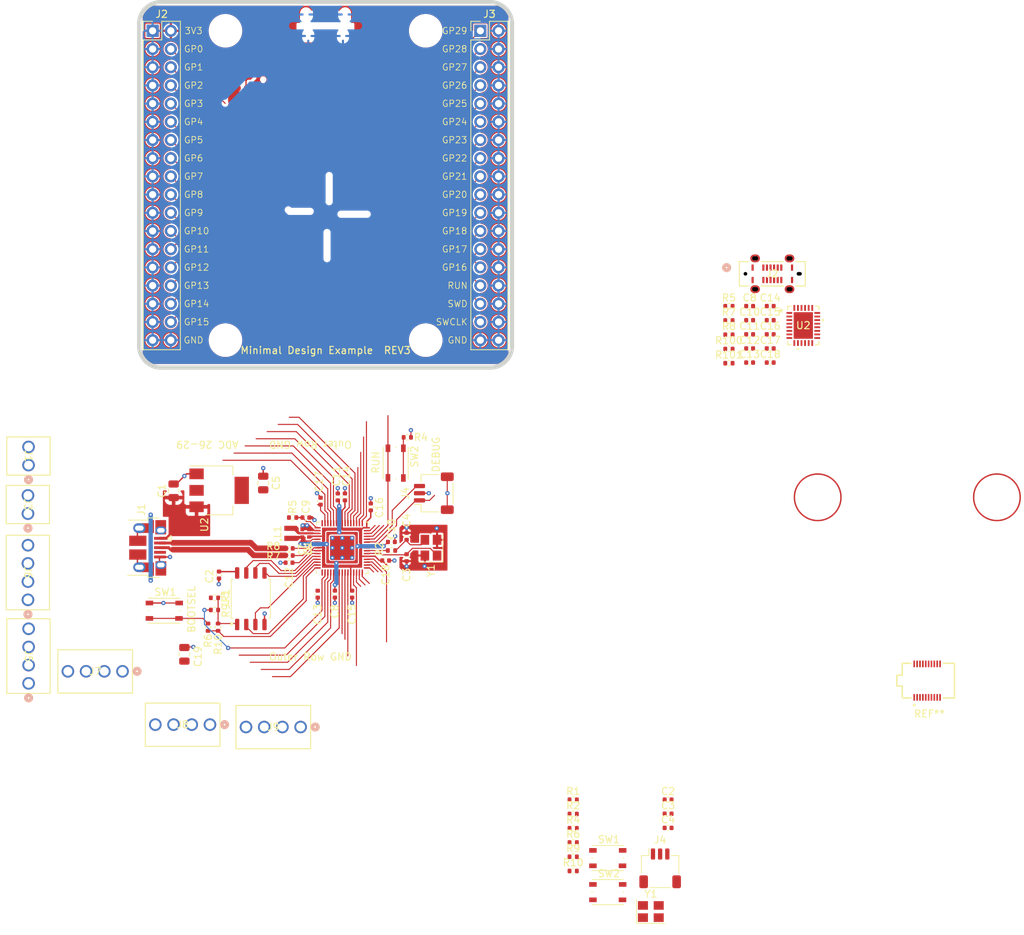
<source format=kicad_pcb>
(kicad_pcb (version 20240108) (generator "pcbnew") (generator_version "8.0")
  (layers (0 "F.Cu" signal) (31 "B.Cu" signal) (34 "B.Paste" user) (35 "F.Paste" user) (36 "B.SilkS" user "B.Silkscreen") (37 "F.SilkS" user "F.Silkscreen") (38 "B.Mask" user) (39 "F.Mask" user) (44 "Edge.Cuts" user))
  (net 0 "")
  (net 1 "GND")
  (net 2 "Net-(U1-VREG_LX)")
  (net 3 "Net-(U1-VREG_FB)")
  (net 4 "Net-(U1-VREG_AVDD)")
  (net 5 "VBUS")
  (net 7 "Net-(J2-DP1)")
  (net 8 "Net-(J2-CC1)")
  (net 9 "Net-(J2-DN1)")
  (net 10 "Net-(J2-CC2)")
  (net 12 "Net-(U1-USB_DP)")
  (net 13 "Net-(U1-USB_DM)")
  (net 14 "Net-(U1-QSPI_SS)")
  (net 44 "+3V3")
  (net 45 "/XIN")
  (net 46 "Net-(C4-Pad1)")
  (net 47 "+1V1")
  (net 48 "/SWCLK")
  (net 49 "/SWD")
  (net 50 "/FLASH_SS")
  (net 51 "/XOUT")
  (net 52 "Net-(R4-Pad1)")
  (net 53 "/~{USB_BOOT}")
  (net 54 "/GPIO0")
  (net 55 "/QSPI_SS")
  (net 56 "/RUN")
  (net 57 "/QSPI_SD1")
  (net 58 "/QSPI_SD3")
  (net 59 "/QSPI_SCLK")
  (net 60 "/QSPI_SD2")
  (net 61 "/QSPI_SD0")
  (net 86 "unconnected-(U1-GPIO18-Pad29)")
  (net 87 "unconnected-(U1-GPIO26_ADC0-Pad40)")
  (net 88 "unconnected-(U1-GPIO17-Pad28)")
  (net 89 "unconnected-(U1-QSPI_SCLK-Pad56)")
  (net 90 "unconnected-(U1-GPIO20-Pad32)")
  (net 91 "unconnected-(U1-GPIO6-Pad9)")
  (net 92 "unconnected-(U1-GPIO22-Pad34)")
  (net 93 "unconnected-(U1-GPIO8-Pad12)")
  (net 94 "unconnected-(U1-GPIO7-Pad10)")
  (net 95 "unconnected-(U1-GPIO29_ADC3-Pad43)")
  (net 96 "unconnected-(U1-GPIO5-Pad8)")
  (net 97 "unconnected-(U1-GPIO24-Pad36)")
  (net 98 "unconnected-(U1-GPIO12-Pad16)")
  (net 99 "unconnected-(U1-GPIO1-Pad3)")
  (net 100 "unconnected-(U1-GPIO23-Pad35)")
  (net 101 "unconnected-(U1-GPIO21-Pad33)")
  (net 102 "unconnected-(U1-GPIO25-Pad37)")
  (net 103 "unconnected-(U1-GPIO15-Pad19)")
  (net 104 "unconnected-(U1-GPIO13-Pad17)")
  (net 105 "unconnected-(U1-GPIO9-Pad13)")
  (net 106 "unconnected-(U1-GPIO11-Pad15)")
  (net 107 "unconnected-(U1-GPIO14-Pad18)")
  (net 108 "unconnected-(U1-GPIO16-Pad27)")
  (net 109 "unconnected-(U1-GPIO28_ADC2-Pad42)")
  (net 110 "unconnected-(U1-GPIO4-Pad7)")
  (net 111 "unconnected-(U1-GPIO2-Pad4)")
  (net 112 "unconnected-(U1-GPIO27_ADC1-Pad41)")
  (net 113 "unconnected-(U1-GPIO19-Pad31)")
  (net 114 "unconnected-(U1-GPIO3-Pad5)")
  (net 115 "unconnected-(U1-GPIO10-Pad14)")
  (footprint "Capacitor_SMD:C_0402_1005Metric" (layer "F.Cu") (at 93.3605 90.42 90)
    (property "Reference" "C11")
    (property "Value" "100n")
  )
  (footprint "Capacitor_SMD:C_0402_1005Metric" (layer "F.Cu") (at 153.6853 67.7262)
    (property "Reference" "C16")
    (property "Value" "100n")
  )
  (footprint "Capacitor_SMD:C_0402_1005Metric" (layer "F.Cu") (at 95.3605 103.985 -90)
    (property "Reference" "C15")
    (property "Value" "100n")
  )
  (footprint "Capacitor_SMD:C_0402_1005Metric" (layer "F.Cu") (at 153.6853 69.6962)
    (property "Reference" "C17")
    (property "Value" "100n")
  )
  (footprint "Connector_PinHeader_2.54mm:PinHeader_2x18_P2.54mm_Vertical" (layer "F.Cu") (at 67.53 25.36)
    (property "Reference" "J2")
    (property "Value" "Conn_02x18_Odd_Even")
  )
  (footprint "molex 22272041:CONN_AE-6410-04A_MOL" (layer "F.Cu") (at 75.53 122.2)
    (property "Reference" "J8")
    (property "Value" "22272041")
  )
  (footprint "Resistor_SMD:R_0402_1005Metric" (layer "F.Cu") (at 147.9253 65.7862)
    (property "Reference" "R7")
    (property "Value" "27")
  )
  (footprint "Resistor_SMD:R_0402_1005Metric" (layer "F.Cu") (at 76.1605 104.5)
    (property "Reference" "R1")
    (property "Value" "DNF")
  )
  (footprint "Capacitor_SMD:C_0402_1005Metric" (layer "F.Cu") (at 90.5605 103.985 -90)
    (property "Reference" "C13")
    (property "Value" "100n")
  )
  (footprint "Resistor_SMD:R_0402_1005Metric" (layer "F.Cu") (at 76.6605 108.6 90)
    (property "Reference" "R10")
    (property "Value" "0")
  )
  (footprint "Crystal:Crystal_SMD_3225-4Pin_3.2x2.5mm" (layer "F.Cu") (at 137.03 148.29)
    (property "Reference" "Y1")
    (property "Value" "ABM8-272-T3")
  )
  (footprint "Resistor_SMD:R_0402_1005Metric" (layer "F.Cu") (at 87.0605 93.3)
    (property "Reference" "R5")
    (property "Value" "33")
  )
  (footprint "Resistor_SMD:R_0402_1005Metric" (layer "F.Cu") (at 75.2605 108.6 90)
    (property "Reference" "R6")
    (property "Value" "1k")
  )
  (footprint "SS4-10-3.00-L-D-K-TR:SAMTEC_SS4-10-3.00-X-D-K-TR" (layer "F.Cu") (at 175.58 116.06 180)
    (property "Reference" "REF**")
    (property "Value" "SAMTEC_SS4-10-3.00-X-D-K-TR")
  )
  (footprint "Capacitor_SMD:C_0402_1005Metric" (layer "F.Cu") (at 90.9605 91.015 90)
    (property "Reference" "C17")
    (property "Value" "100n")
  )
  (footprint "Capacitor_SMD:C_0402_1005Metric" (layer "F.Cu") (at 97.9605 91.815 90)
    (property "Reference" "C16")
    (property "Value" "100n")
  )
  (footprint "Capacitor_SMD:C_0402_1005Metric" (layer "F.Cu") (at 150.8153 65.7562)
    (property "Reference" "C10")
    (property "Value" "4.7u")
  )
  (footprint "Resistor_SMD:R_0402_1005Metric" (layer "F.Cu") (at 126.2 136.66)
    (property "Reference" "R4")
    (property "Value" "1k")
  )
  (footprint "molex 22272041:CONN_AE-6410-04A_MOL" (layer "F.Cu") (at 63.33 114.76)
    (property "Reference" "J7")
    (property "Value" "22272041")
  )
  (footprint "RP2350_60QFN_minimal:L_pol_2016" (layer "F.Cu") (at 86.7605 95.5 90)
    (property "Reference" "L1")
    (property "Value" "3.3u")
  )
  (footprint "Capacitor_SMD:C_0402_1005Metric" (layer "F.Cu") (at 100.8405 96.7)
    (property "Reference" "C10")
    (property "Value" "4.7u")
  )
  (footprint "Connector_JST:JST_SH_SM03B-SRSS-TB_1x03-1MP_P1.00mm_Horizontal" (layer "F.Cu") (at 106.7605 89.9 90)
    (property "Reference" "J4")
    (property "Value" "SM03B-SRSS-TB")
  )
  (footprint "Resistor_SMD:R_0402_1005Metric" (layer "F.Cu") (at 126.2 140.64)
    (property "Reference" "R9")
    (property "Value" "DNF")
  )
  (footprint "Capacitor_SMD:C_0402_1005Metric" (layer "F.Cu") (at 76.7905 101.315 -90)
    (property "Reference" "C2")
    (property "Value" "100n")
  )
  (footprint "RP2350_60QFN_minimal:C_0402_1005Metric_small_pads" (layer "F.Cu") (at 89.3605 95.5 90)
    (property "Reference" "C6")
    (property "Value" "4.7u")
  )
  (footprint "Resistor_SMD:R_0402_1005Metric" (layer "F.Cu") (at 147.9253 67.7762)
    (property "Reference" "R8")
    (property "Value" "27")
  )
  (footprint "Capacitor_SMD:C_0402_1005Metric" (layer "F.Cu") (at 139.44 132.67)
    (property "Reference" "C2")
    (property "Value" "100n")
  )
  (footprint "MountingHole:MountingHole_2.7mm_M2.5" (layer "F.Cu") (at 77.69 68.54)
    (property "Reference" "H4" (hide yes))
    (property "Value" "MountingHole")
  )
  (footprint "Button_Switch_SMD:SW_Push_1P1T_NO_Vertical_Wuerth_434133025816" (layer "F.Cu") (at 131.03 140.83)
    (property "Reference" "SW1")
    (property "Value" "SW_Push")
  )
  (footprint "Crystal:Crystal_SMD_3225-4Pin_3.2x2.5mm" (layer "F.Cu") (at 106.3605 97.5 90)
    (property "Reference" "Y1")
    (property "Value" "ABM8-272-T3")
  )
  (footprint "Capacitor_SMD:C_0402_1005Metric" (layer "F.Cu") (at 102.9605 98.9 -90)
    (property "Reference" "C3")
    (property "Value" "15p")
  )
  (footprint "LTC4162IUFD:05-08-1712_ADI" (layer "F.Cu") (at 158.3 66.4889)
    (property "Reference" "U2")
    (property "Value" "LTC4162IUFD-SSTM-TRPBF")
  )
  (footprint "Capacitor_SMD:C_0402_1005Metric" (layer "F.Cu") (at 153.6853 65.7562)
    (property "Reference" "C15")
    (property "Value" "100n")
  )
  (footprint "Resistor_SMD:R_0402_1005Metric" (layer "F.Cu") (at 126.2 142.63)
    (property "Reference" "R10")
    (property "Value" "0")
  )
  (footprint "Capacitor_SMD:C_0402_1005Metric" (layer "F.Cu") (at 150.8153 71.6662)
    (property "Reference" "C13")
    (property "Value" "100n")
  )
  (footprint "rp2350a:RP2350-QFN-60-1EP_7x7_P0.4mm_EP3.4x3.4mm_ThermalVias" (layer "F.Cu") (at 93.9825 97.53 90)
    (property "Reference" "U1")
    (property "Value" "RP2350_60QFN")
  )
  (footprint "Resistor_SMD:R_0402_1005Metric" (layer "F.Cu") (at 86.5605 97.6)
    (property "Reference" "R8")
    (property "Value" "27")
  )
  (footprint "molex 22272021:CONN_AE-6410-02A_MOL" (layer "F.Cu") (at 50.22 85.98 -90)
    (property "Reference" "J1")
    (property "Value" "22272021")
  )
  (footprint "Capacitor_SMD:C_0402_1005Metric" (layer "F.Cu") (at 100.0405 99.3)
    (property "Reference" "C18")
    (property "Value" "100n")
  )
  (footprint "Resistor_SMD:R_0402_1005Metric" (layer "F.Cu") (at 126.2 138.65)
    (property "Reference" "R6")
    (property "Value" "1k")
  )
  (footprint "Resistor_SMD:R_0402_1005Metric" (layer "F.Cu") (at 126.2 134.67)
    (property "Reference" "R2")
    (property "Value" "1k")
  )
  (footprint "2171820001:CONN_217182-0001_MOL" (layer "F.Cu") (at 153.9807 59.2762)
    (property "Reference" "J2")
    (property "Value" "2171820001")
    (fp_line (start -2.5143 -2.150001) (end -2.2857 -2.150001) (stroke (width 0.6096)) (layer "Edge.Cuts"))
    (fp_line (start -2.5143 2.15) (end -2.2857 2.15) (stroke (width 0.6096)) (layer "Edge.Cuts"))
    (fp_line (start 2.2857 -2.150001) (end 2.5143 -2.150001) (stroke (width 0.6096)) (layer "Edge.Cuts"))
    (fp_line (start 2.2857 2.15) (end 2.5143 2.15) (stroke (width 0.6096)) (layer "Edge.Cuts"))
    (fp_line (start 3.648456 0) (end 3.851656 0) (stroke (width 0.508)) (layer "Edge.Cuts"))
  )
  (footprint "Package_SO:SOIC-8_5.23x5.23mm_P1.27mm" (layer "F.Cu") (at 81.23 104.63 90)
    (property "Reference" "U3")
    (property "Value" "W25Q128JVS")
  )
  (footprint "Capacitor_SMD:C_0402_1005Metric" (layer "F.Cu") (at 139.44 136.61)
    (property "Reference" "C4")
    (property "Value" "15p")
  )
  (footprint "Connector_PinHeader_2.54mm:PinHeader_2x18_P2.54mm_Vertical" (layer "F.Cu") (at 113.25 25.36)
    (property "Reference" "J3")
    (property "Value" "Conn_02x18_Odd_Even")
  )
  (footprint "Capacitor_SMD:C_0805_2012Metric" (layer "F.Cu") (at 71.9605 112.385 90)
    (property "Reference" "C19")
    (property "Value" "10u")
  )
  (footprint "Connector_JST:JST_SH_SM03B-SRSS-TB_1x03-1MP_P1.00mm_Horizontal" (layer "F.Cu") (at 138.33 142.26)
    (property "Reference" "J4")
    (property "Value" "SM03B-SRSS-TB")
  )
  (footprint "RP2350_60QFN_minimal:C_0402_1005Metric_small_pads" (layer "F.Cu") (at 88.4105 95.5 90)
    (property "Reference" "C7")
    (property "Value" "4.7u")
  )
  (footprint "molex 22272041:CONN_AE-6410-04A_MOL" (layer "F.Cu") (at 50.23 116.44 -90)
    (property "Reference" "J5")
    (property "Value" "22272041")
  )
  (footprint "Resistor_SMD:R_0402_1005Metric" (layer "F.Cu") (at 147.9253 69.7662)
    (property "Reference" "R100")
    (property "Value" "5.1K")
  )
  (footprint "molex 22272041:CONN_AE-6410-04A_MOL" (layer "F.Cu") (at 88.1766 122.534399)
    (property "Reference" "J9")
    (property "Value" "22272041")
  )
  (footprint "Resistor_SMD:R_0402_1005Metric" (layer "F.Cu") (at 100.8605 97.9)
    (property "Reference" "R2")
    (property "Value" "1k")
  )
  (footprint "MountingHole:MountingHole_2.7mm_M2.5" (layer "F.Cu") (at 105.63 68.54)
    (property "Reference" "H3" (hide yes))
    (property "Value" "MountingHole")
  )
  (footprint "Button_Switch_SMD:SW_Push_1P1T_NO_Vertical_Wuerth_434133025816" (layer "F.Cu") (at 69.1605 106.3)
    (property "Reference" "SW1")
    (property "Value" "SW_Push")
  )
  (footprint "Capacitor_SMD:C_0805_2012Metric" (layer "F.Cu") (at 82.9605 88.475 90)
    (property "Reference" "C5")
    (property "Value" "10u")
  )
  (footprint "Button_Switch_SMD:SW_Push_1P1T_NO_Vertical_Wuerth_434133025816" (layer "F.Cu") (at 101.4355 85.7 -90)
    (property "Reference" "SW2")
    (property "Value" "SW_Push")
  )
  (footprint "Capacitor_SMD:C_0402_1005Metric" (layer "F.Cu") (at 88.9105 93.3)
    (property "Reference" "C9")
    (property "Value" "4.7u")
  )
  (footprint "Capacitor_SMD:C_0402_1005Metric" (layer "F.Cu") (at 153.6853 71.6662)
    (property "Reference" "C18")
    (property "Value" "100n")
  )
  (footprint "Capacitor_SMD:C_0402_1005Metric" (layer "F.Cu") (at 92.9605 103.98 -90)
    (property "Reference" "C8")
    (property "Value" "100n")
  )
  (footprint "Package_TO_SOT_SMD:SOT-223-3_TabPin2" (layer "F.Cu") (at 76.8105 89.5)
    (property "Reference" "U2")
    (property "Value" "NCP1117-3.3_SOT223")
  )
  (footprint "Capacitor_SMD:C_0402_1005Metric" (layer "F.Cu") (at 153.6853 63.7862)
    (property "Reference" "C14")
    (property "Value" "100n")
  )
  (footprint "Capacitor_SMD:C_0402_1005Metric" (layer "F.Cu") (at 150.8153 67.7262)
    (property "Reference" "C11")
    (property "Value" "100n")
  )
  (footprint "Capacitor_SMD:C_0402_1005Metric" (layer "F.Cu") (at 150.8153 63.7862)
    (property "Reference" "C8")
    (property "Value" "100n")
  )
  (footprint "Resistor_SMD:R_0402_1005Metric" (layer "F.Cu") (at 147.9253 71.7562)
    (property "Reference" "R101")
    (property "Value" "5.1K")
  )
  (footprint "Capacitor_SMD:C_0402_1005Metric" (layer "F.Cu") (at 102.9605 95.92 90)
    (property "Reference" "C4")
    (property "Value" "15p")
  )
  (footprint "Resistor_SMD:R_0402_1005Metric" (layer "F.Cu") (at 126.2 132.68)
    (property "Reference" "R1")
    (property "Value" "DNF")
  )
  (footprint "Connector_USB:USB_Micro-B_Amphenol_10103594-0001LF_Horizontal" (layer "F.Cu") (at 66.7955 97.525 -90)
    (property "Reference" "J1")
    (property "Value" "USB_B_Micro")
  )
  (footprint "Resistor_SMD:R_0402_1005Metric" (layer "F.Cu") (at 86.5605 98.6)
    (property "Reference" "R7")
    (property "Value" "27")
  )
  (footprint "Resistor_SMD:R_0402_1005Metric" (layer "F.Cu") (at 147.9253 63.7962)
    (property "Reference" "R5")
    (property "Value" "33")
  )
  (footprint "molex 22272041:CONN_AE-6410-04A_MOL" (layer "F.Cu") (at 50.14 104.78 -90)
    (property "Reference" "J6")
    (property "Value" "22272041")
  )
  (footprint "Capacitor_SMD:C_0402_1005Metric" (layer "F.Cu") (at 150.8153 69.6962)
    (property "Reference" "C12")
    (property "Value" "100n")
  )
  (footprint "Resistor_SMD:R_0402_1005Metric" (layer "F.Cu") (at 76.1605 106.2)
    (property "Reference" "R9")
    (property "Value" "DNF")
  )
  (footprint "molex 22272021:CONN_AE-6410-02A_MOL" (layer "F.Cu") (at 50.14 92.75 -90)
    (property "Reference" "J3")
    (property "Value" "22272021")
  )
  (footprint "Button_Switch_SMD:SW_Push_1P1T_NO_Vertical_Wuerth_434133025816" (layer "F.Cu") (at 131.03 145.58)
    (property "Reference" "SW2")
    (property "Value" "SW_Push")
  )
  (footprint "Capacitor_SMD:C_0402_1005Metric" (layer "F.Cu") (at 94.3605 90.415 90)
    (property "Reference" "C14")
    (property "Value" "100n")
  )
  (footprint "Capacitor_SMD:C_0402_1005Metric" (layer "F.Cu") (at 139.44 134.64)
    (property "Reference" "C3")
    (property "Value" "15p")
  )
  (footprint "Capacitor_SMD:C_0402_1005Metric" (layer "F.Cu") (at 86.5605 99.6 180)
    (property "Reference" "C12")
    (property "Value" "100n")
  )
  (footprint "Resistor_SMD:R_0402_1005Metric" (layer "F.Cu") (at 103.0605 82.1)
    (property "Reference" "R4")
    (property "Value" "1k")
  )
  (footprint "Capacitor_SMD:C_0805_2012Metric" (layer "F.Cu") (at 70.4605 89.5625 90)
    (property "Reference" "C1")
    (property "Value" "10u")
  )
  (gr_circle (center 185.31 90.47) (end 188.56 90.47) (stroke (width 0.2)) (fill none) (layer "F.Cu"))
  (gr_circle (center 160.31 90.47) (end 163.56 90.47) (stroke (width 0.2)) (fill none) (layer "F.Cu"))
  (gr_line (start 145.554759 95.503481) (end 145.570759 95.465881) (stroke (width 0.001)) (layer "Edge.Cuts"))
  (gr_line (start 146.00815 97.3973) (end 145.977418 97.370631) (stroke (width 0.001)) (layer "Edge.Cuts"))
  (gr_line (start 57.585932 97.735631) (end 57.5463 97.745531) (stroke (width 0.001)) (layer "Edge.Cuts"))
  (gr_line (start 145.977418 94.909368) (end 146.00815 94.8827) (stroke (width 0.001)) (layer "Edge.Cuts"))
  (gr_line (start 147.580409 97.712768) (end 147.5413 97.724709) (stroke (width 0.001)) (layer "Edge.Cuts"))
  (gr_line (start 58.810969 96.221531) (end 58.808432 96.262431) (stroke (width 0.001)) (layer "Edge.Cuts"))
  (gr_line (start 56.620732 94.58019) (end 56.659591 94.567231) (stroke (width 0.001)) (layer "Edge.Cuts"))
  (gr_line (start 55.515569 96.017568) (end 55.519132 95.976931) (stroke (width 0.001)) (layer "Edge.Cuts"))
  (gr_line (start 58.8003 95.93629) (end 58.804869 95.976931) (stroke (width 0.001)) (layer "Edge.Cuts"))
  (gr_line (start 57.30475 94.4951) (end 57.345391 94.499159) (stroke (width 0.001)) (layer "Edge.Cuts"))
  (gr_line (start 147.01679 94.490018) (end 147.057681 94.489) (stroke (width 0.001)) (layer "Edge.Cuts"))
  (gr_line (start 146.97589 94.49205) (end 147.01679 94.490018) (stroke (width 0.001)) (layer "Edge.Cuts"))
  (gr_line (start 145.86109 97.255818) (end 145.833909 97.22534) (stroke (width 0.001)) (layer "Edge.Cuts"))
  (gr_line (start 145.665509 95.28529) (end 145.6871 95.25049) (stroke (width 0.001)) (layer "Edge.Cuts"))
  (gr_line (start 56.031191 97.34294) (end 56.001732 97.31475) (stroke (width 0.001)) (layer "Edge.Cuts"))
  (gr_line (start 145.539268 95.541318) (end 145.554759 95.503481) (stroke (width 0.001)) (layer "Edge.Cuts"))
  (gr_line (start 145.917731 97.31475) (end 145.889031 97.28554) (stroke (width 0.001)) (layer "Edge.Cuts"))
  (gr_line (start 147.695731 94.60889) (end 147.733318 94.62464) (stroke (width 0.001)) (layer "Edge.Cuts"))
  (gr_line (start 55.945091 97.255818) (end 55.91791 97.22534) (stroke (width 0.001)) (layer "Edge.Cuts"))
  (gr_line (start 148.49049 96.994709) (end 148.4689 97.029509) (stroke (width 0.001)) (layer "Edge.Cuts"))
  (gr_line (start 145.570759 95.465881) (end 145.58804 95.4288) (stroke (width 0.001)) (layer "Edge.Cuts"))
  (gr_line (start 55.595582 95.618281) (end 55.609041 95.579681) (stroke (width 0.001)) (layer "Edge.Cuts"))
  (gr_line (start 58.700732 96.738681) (end 58.685241 96.776518) (stroke (width 0.001)) (layer "Edge.Cuts"))
  (gr_line (start 145.431568 96.017568) (end 145.435131 95.976931) (stroke (width 0.001)) (layer "Edge.Cuts"))
  (gr_line (start 56.469341 97.6386) (end 56.43251 97.621068) (stroke (width 0.001)) (layer "Edge.Cuts"))
  (gr_line (start 57.386032 94.50424) (end 57.42641 94.51034) (stroke (width 0.001)) (layer "Edge.Cuts"))
  (gr_line (start 57.817319 94.62464) (end 57.85466 94.6414) (stroke (width 0.001)) (layer "Edge.Cuts"))
  (gr_line (start 56.221441 97.496868) (end 56.18816 97.47325) (stroke (width 0.001)) (layer "Edge.Cuts"))
  (gr_line (start 55.74951 95.28529) (end 55.7711 95.25049) (stroke (width 0.001)) (layer "Edge.Cuts"))
  (gr_line (start 147.098318 94.489) (end 147.139209 94.490018) (stroke (width 0.001)) (layer "Edge.Cuts"))
  (gr_line (start 141.744 80.9) (end 141.744 75.82) (stroke (width 0.001)) (layer "Edge.Cuts"))
  (gr_line (start 145.45164 96.424481) (end 145.445031 96.38409) (stroke (width 0.001)) (layer "Edge.Cuts"))
  (gr_line (start 46.24 80.9) (end 46.24 119) (stroke (width 0.001)) (layer "Edge.Cuts"))
  (gr_line (start 55.623269 96.738681) (end 55.609041 96.700318) (stroke (width 0.001)) (layer "Edge.Cuts"))
  (gr_line (start 55.519132 95.976931) (end 55.5237 95.93629) (stroke (width 0.001)) (layer "Edge.Cuts"))
  (gr_line (start 57.100791 94.490018) (end 57.141682 94.489) (stroke (width 0.001)) (layer "Edge.Cuts"))
  (gr_line (start 58.812491 96.099109) (end 58.813 96.14) (stroke (width 0.001)) (layer "Edge.Cuts"))
  (gr_line (start 58.350969 97.28554) (end 58.322269 97.31475) (stroke (width 0.001)) (layer "Edge.Cuts"))
  (gr_line (start 56.324819 94.71709) (end 56.360119 94.696768) (stroke (width 0.001)) (layer "Edge.Cuts"))
  (gr_line (start 147.770659 94.6414) (end 147.80749 94.658931) (stroke (width 0.001)) (layer "Edge.Cuts"))
  (gr_line (start 58.53055 97.06354) (end 58.507182 97.097068) (stroke (width 0.001)) (layer "Edge.Cuts"))
  (gr_line (start 57.963882 97.583231) (end 57.92781 97.602531) (stroke (width 0.001)) (layer "Edge.Cuts"))
  (gr_line (start 58.23185 94.8827) (end 58.262582 94.909368) (stroke (width 0.001)) (layer "Edge.Cuts"))
  (gr_line (start 145.435131 95.976931) (end 145.4397 95.93629) (stroke (width 0.001)) (layer "Edge.Cuts"))
  (gr_line (start 152.031 119) (end 152.031 80.9) (stroke (width 0.001)) (layer "Edge.Cuts"))
  (gr_line (start 58.406091 97.22534) (end 58.37891 97.255818) (stroke (width 0.001)) (layer "Edge.Cuts"))
  (gr_line (start 57.26411 97.78795) (end 57.22321 97.789981) (stroke (width 0.001)) (layer "Edge.Cuts"))
  (gr_line (start 57.66441 97.712768) (end 57.6253 97.724709) (stroke (width 0.001)) (layer "Edge.Cuts"))
  (gr_line (start 56.659591 94.567231) (end 56.6987 94.55529) (stroke (width 0.001)) (layer "Edge.Cuts"))
  (gr_line (start 58.262582 94.909368) (end 58.29281 94.937059) (stroke (width 0.001)) (layer "Edge.Cuts"))
  (gr_line (start 59.702 80.9) (end 46.24 80.9) (stroke (width 0.001)) (layer "Edge.Cuts"))
  (gr_line (start 55.529032 95.895909) (end 55.535641 95.855518) (stroke (width 0.001)) (layer "Edge.Cuts"))
  (gr_line (start 148.14785 94.8827) (end 148.178581 94.909368) (stroke (width 0.001)) (layer "Edge.Cuts"))
  (gr_line (start 58.48305 95.149909) (end 58.507182 95.182931) (stroke (width 0.001)) (layer "Edge.Cuts"))
  (gr_line (start 58.574491 96.994709) (end 58.5529 97.029509) (stroke (width 0.001)) (layer "Edge.Cuts"))
  (gr_line (start 58.23185 97.3973) (end 58.20035 97.423459) (stroke (width 0.001)) (layer "Edge.Cuts"))
  (gr_line (start 114.66 72.36) (end 68.66 72.36) (stroke (width 0.6)) (layer "Edge.Cuts"))
  (gr_line (start 148.531131 95.356159) (end 148.549931 95.392218) (stroke (width 0.001)) (layer "Edge.Cuts"))
  (gr_line (start 147.984531 97.519731) (end 147.95024 97.541831) (stroke (width 0.001)) (layer "Edge.Cuts"))
  (gr_line (start 146.536731 94.58019) (end 146.57559 94.567231) (stroke (width 0.001)) (layer "Edge.Cuts"))
  (gr_line (start 55.728682 96.959659) (end 55.708869 96.92384) (stroke (width 0.001)) (layer "Edge.Cuts"))
  (gr_line (start 55.84095 95.149909) (end 55.865841 95.1174) (stroke (width 0.001)) (layer "Edge.Cuts"))
  (gr_line (start 58.53055 95.216459) (end 58.5529 95.25049) (stroke (width 0.001)) (layer "Edge.Cuts"))
  (gr_line (start 58.43251 97.19435) (end 58.406091 97.22534) (stroke (width 0.001)) (layer "Edge.Cuts"))
  (gr_line (start 55.583141 95.65715) (end 55.595582 95.618281) (stroke (width 0.001)) (layer "Edge.Cuts"))
  (gr_line (start 147.501931 97.735631) (end 147.4623 97.745531) (stroke (width 0.001)) (layer "Edge.Cuts"))
  (gr_line (start 148.616731 95.541318) (end 148.630959 95.579681) (stroke (width 0.001)) (layer "Edge.Cuts"))
  (gr_line (start 55.54326 96.464609) (end 55.535641 96.424481) (stroke (width 0.001)) (layer "Edge.Cuts"))
  (gr_line (start 146.38534 94.6414) (end 146.422681 94.62464) (stroke (width 0.001)) (layer "Edge.Cuts"))
  (gr_line (start 145.46764 95.775509) (end 145.47729 95.735631) (stroke (width 0.001)) (layer "Edge.Cuts"))
  (gr_line (start 147.180109 97.78795) (end 147.139209 97.789981) (stroke (width 0.001)) (layer "Edge.Cuts"))
  (gr_line (start 57.22321 94.490018) (end 57.26411 94.49205) (stroke (width 0.001)) (layer "Edge.Cuts"))
  (gr_line (start 56.09215 97.3973) (end 56.061419 97.370631) (stroke (width 0.001)) (layer "Edge.Cuts"))
  (gr_line (start 58.794969 95.895909) (end 58.8003 95.93629) (stroke (width 0.001)) (layer "Edge.Cuts"))
  (gr_line (start 145.487709 96.58374) (end 145.47729 96.544368) (stroke (width 0.001)) (layer "Edge.Cuts"))
  (gr_line (start 148.7163 96.343709) (end 148.710968 96.38409) (stroke (width 0.001)) (layer "Edge.Cuts"))
  (gr_line (start 56.738069 97.735631) (end 56.6987 97.724709) (stroke (width 0.001)) (layer "Edge.Cuts"))
  (gr_line (start 146.348509 97.621068) (end 146.31219 97.602531) (stroke (width 0.001)) (layer "Edge.Cuts"))
  (gr_line (start 148.630959 95.579681) (end 148.644418 95.618281) (stroke (width 0.001)) (layer "Edge.Cuts"))
  (gr_line (start 56.001732 94.96525) (end 56.031191 94.937059) (stroke (width 0.001)) (layer "Edge.Cuts"))
  (gr_line (start 148.567959 96.8512) (end 148.549931 96.887781) (stroke (width 0.001)) (layer "Edge.Cuts"))
  (gr_line (start 145.624868 96.92384) (end 145.606068 96.887781) (stroke (width 0.001)) (layer "Edge.Cuts"))
  (gr_line (start 57.92781 94.677468) (end 57.963882 94.696768) (stroke (width 0.001)) (layer "Edge.Cuts"))
  (gr_line (start 147.139209 97.789981) (end 147.098318 97.791) (stroke (width 0.001)) (layer "Edge.Cuts"))
  (gr_line (start 55.551641 95.775509) (end 55.561291 95.735631) (stroke (width 0.001)) (layer "Edge.Cuts"))
  (gr_line (start 57.182319 94.489) (end 57.22321 94.490018) (stroke (width 0.001)) (layer "Edge.Cuts"))
  (gr_line (start 58.29281 94.937059) (end 58.322269 94.96525) (stroke (width 0.001)) (layer "Edge.Cuts"))
  (gr_line (start 147.695731 97.671109) (end 147.657631 97.68584) (stroke (width 0.001)) (layer "Edge.Cuts"))
  (gr_line (start 147.422681 94.525318) (end 147.4623 94.534468) (stroke (width 0.001)) (layer "Edge.Cuts"))
  (gr_line (start 148.644418 95.618281) (end 148.656859 95.65715) (stroke (width 0.001)) (layer "Edge.Cuts"))
  (gr_line (start 148.05184 94.80675) (end 148.08435 94.83114) (stroke (width 0.001)) (layer "Edge.Cuts"))
  (gr_line (start 146.498368 97.68584) (end 146.460268 97.671109) (stroke (width 0.001)) (layer "Edge.Cuts"))
  (gr_line (start 148.549931 95.392218) (end 148.567959 95.4288) (stroke (width 0.001)) (layer "Edge.Cuts"))
  (gr_line (start 148.726968 96.221531) (end 148.724431 96.262431) (stroke (width 0.001)) (layer "Edge.Cuts"))
  (gr_line (start 57.141682 94.489) (end 57.182319 94.489) (stroke (width 0.001)) (layer "Edge.Cuts"))
  (gr_line (start 55.79345 95.216459) (end 55.816819 95.182931) (stroke (width 0.001)) (layer "Edge.Cuts"))
  (gr_line (start 57.891491 94.658931) (end 57.92781 94.677468) (stroke (width 0.001)) (layer "Edge.Cuts"))
  (gr_line (start 146.654068 97.735631) (end 146.6147 97.724709) (stroke (width 0.001)) (layer "Edge.Cuts"))
  (gr_line (start 145.624868 95.356159) (end 145.644681 95.32034) (stroke (width 0.001)) (layer "Edge.Cuts"))
  (gr_line (start 148.630959 96.700318) (end 148.616731 96.738681) (stroke (width 0.001)) (layer "Edge.Cuts"))
  (gr_line (start 55.891491 97.19435) (end 55.865841 97.1626) (stroke (width 0.001)) (layer "Edge.Cuts"))
  (gr_line (start 58.804869 96.303068) (end 58.8003 96.343709) (stroke (width 0.001)) (layer "Edge.Cuts"))
  (gr_line (start 148.44655 97.06354) (end 148.423181 97.097068) (stroke (width 0.001)) (layer "Edge.Cuts"))
  (gr_line (start 57.30475 97.7849) (end 57.26411 97.78795) (stroke (width 0.001)) (layer "Edge.Cuts"))
  (gr_line (start 147.580409 94.567231) (end 147.619268 94.58019) (stroke (width 0.001)) (layer "Edge.Cuts"))
  (gr_line (start 148.14785 97.3973) (end 148.11635 97.423459) (stroke (width 0.001)) (layer "Edge.Cuts"))
  (gr_line (start 58.574491 95.28529) (end 58.595319 95.32034) (stroke (width 0.001)) (layer "Edge.Cuts"))
  (gr_line (start 56.001732 97.31475) (end 55.973032 97.28554) (stroke (width 0.001)) (layer "Edge.Cuts"))
  (gr_line (start 147.5413 97.724709) (end 147.501931 97.735631) (stroke (width 0.001)) (layer "Edge.Cuts"))
  (gr_line (start 146.104159 97.47325) (end 146.07165 97.448859) (stroke (width 0.001)) (layer "Edge.Cuts"))
  (gr_line (start 58.595319 95.32034) (end 58.615132 95.356159) (stroke (width 0.001)) (layer "Edge.Cuts"))
  (gr_line (start 145.58804 95.4288) (end 145.606068 95.392218) (stroke (width 0.001)) (layer "Edge.Cuts"))
  (gr_line (start 55.7711 97.029509) (end 55.74951 96.994709) (stroke (width 0.001)) (layer "Edge.Cuts"))
  (gr_line (start 145.554759 96.776518) (end 145.539268 96.738681) (stroke (width 0.001)) (layer "Edge.Cuts"))
  (gr_line (start 147.057681 97.791) (end 147.01679 97.789981) (stroke (width 0.001)) (layer "Edge.Cuts"))
  (gr_line (start 145.435131 96.303068) (end 145.431568 96.262431) (stroke (width 0.001)) (layer "Edge.Cuts"))
  (gr_line (start 55.65476 96.814118) (end 55.63876 96.776518) (stroke (width 0.001)) (layer "Edge.Cuts"))
  (gr_line (start 148.710968 96.38409) (end 148.704359 96.424481) (stroke (width 0.001)) (layer "Edge.Cuts"))
  (gr_line (start 146.240818 97.562909) (end 146.205759 97.541831) (stroke (width 0.001)) (layer "Edge.Cuts"))
  (gr_line (start 146.93525 97.7849) (end 146.894609 97.78084) (stroke (width 0.001)) (layer "Edge.Cuts"))
  (gr_line (start 58.74086 95.65715) (end 58.752291 95.696259) (stroke (width 0.001)) (layer "Edge.Cuts"))
  (gr_line (start 58.685241 96.776518) (end 58.669241 96.814118) (stroke (width 0.001)) (layer "Edge.Cuts"))
  (gr_line (start 148.704359 95.855518) (end 148.710968 95.895909) (stroke (width 0.001)) (layer "Edge.Cuts"))
  (gr_line (start 57.506682 94.525318) (end 57.5463 94.534468) (stroke (width 0.001)) (layer "Edge.Cuts"))
  (gr_line (start 55.728682 95.32034) (end 55.74951 95.28529) (stroke (width 0.001)) (layer "Edge.Cuts"))
  (gr_line (start 56.43251 97.621068) (end 56.396191 97.602531) (stroke (width 0.001)) (layer "Edge.Cuts"))
  (gr_line (start 145.833909 97.22534) (end 145.80749 97.19435) (stroke (width 0.001)) (layer "Edge.Cuts"))
  (gr_line (start 58.43251 95.08565) (end 58.45816 95.1174) (stroke (width 0.001)) (layer "Edge.Cuts"))
  (gr_line (start 146.104159 94.80675) (end 146.13744 94.783131) (stroke (width 0.001)) (layer "Edge.Cuts"))
  (gr_line (start 146.6147 97.724709) (end 146.57559 97.712768) (stroke (width 0.001)) (layer "Edge.Cuts"))
  (gr_line (start 146.205759 97.541831) (end 146.171468 97.519731) (stroke (width 0.001)) (layer "Edge.Cuts"))
  (gr_line (start 146.460268 94.60889) (end 146.498368 94.594159) (stroke (width 0.001)) (layer "Edge.Cuts"))
  (gr_line (start 57.5463 94.534468) (end 57.585932 94.544368) (stroke (width 0.001)) (layer "Edge.Cuts"))
  (gr_line (start 55.609041 95.579681) (end 55.623269 95.541318) (stroke (width 0.001)) (layer "Edge.Cuts"))
  (gr_line (start 148.69674 96.464609) (end 148.688359 96.50449) (stroke (width 0.001)) (layer "Edge.Cuts"))
  (gr_line (start 145.52504 96.700318) (end 145.511581 96.661718) (stroke (width 0.001)) (layer "Edge.Cuts"))
  (gr_line (start 148.688359 96.50449) (end 148.678709 96.544368) (stroke (width 0.001)) (layer "Edge.Cuts"))
  (gr_line (start 56.28976 94.738168) (end 56.324819 94.71709) (stroke (width 0.001)) (layer "Edge.Cuts"))
  (gr_line (start 148.423181 95.182931) (end 148.44655 95.216459) (stroke (width 0.001)) (layer "Edge.Cuts"))
  (gr_line (start 148.720868 96.303068) (end 148.7163 96.343709) (stroke (width 0.001)) (layer "Edge.Cuts"))
  (gr_line (start 57.5463 97.745531) (end 57.506682 97.754681) (stroke (width 0.001)) (layer "Edge.Cuts"))
  (gr_line (start 46.24 119) (end 152.031 119) (stroke (width 0.001)) (layer "Edge.Cuts"))
  (gr_line (start 58.812491 96.18089) (end 58.810969 96.221531) (stroke (width 0.001)) (layer "Edge.Cuts"))
  (gr_line (start 56.897591 94.51034) (end 56.937969 94.50424) (stroke (width 0.001)) (layer "Edge.Cuts"))
  (gr_line (start 152.031 80.9) (end 141.744 80.9) (stroke (width 0.001)) (layer "Edge.Cuts"))
  (gr_line (start 56.897591 97.769659) (end 56.85745 97.76255) (stroke (width 0.001)) (layer "Edge.Cuts"))
  (gr_line (start 56.09215 94.8827) (end 56.12365 94.85654) (stroke (width 0.001)) (layer "Edge.Cuts"))
  (gr_line (start 56.7777 97.745531) (end 56.738069 97.735631) (stroke (width 0.001)) (layer "Edge.Cuts"))
  (gr_line (start 57.741632 94.594159) (end 57.779732 94.60889) (stroke (width 0.001)) (layer "Edge.Cuts"))
  (gr_line (start 148.266968 94.994459) (end 148.294909 95.024181) (stroke (width 0.001)) (layer "Edge.Cuts"))
  (gr_line (start 58.068532 94.760268) (end 58.10256 94.783131) (stroke (width 0.001)) (layer "Edge.Cuts"))
  (gr_line (start 148.44655 95.216459) (end 148.4689 95.25049) (stroke (width 0.001)) (layer "Edge.Cuts"))
  (gr_line (start 57.059891 97.78795) (end 57.01925 97.7849) (stroke (width 0.001)) (layer "Edge.Cuts"))
  (gr_line (start 55.690069 96.887781) (end 55.672041 96.8512) (stroke (width 0.001)) (layer "Edge.Cuts"))
  (gr_line (start 146.6147 94.55529) (end 146.654068 94.544368) (stroke (width 0.001)) (layer "Edge.Cuts"))
  (gr_line (start 146.77345 97.76255) (end 146.733318 97.754681) (stroke (width 0.001)) (layer "Edge.Cuts"))
  (gr_line (start 56.97861 94.499159) (end 57.01925 94.4951) (stroke (width 0.001)) (layer "Edge.Cuts"))
  (gr_line (start 145.46764 96.50449) (end 145.459259 96.464609) (stroke (width 0.001)) (layer "Edge.Cuts"))
  (gr_line (start 58.350969 94.994459) (end 58.37891 95.024181) (stroke (width 0.001)) (layer "Edge.Cuts"))
  (gr_line (start 145.889031 94.994459) (end 145.917731 94.96525) (stroke (width 0.001)) (layer "Edge.Cuts"))
  (gr_line (start 58.810969 96.058468) (end 58.812491 96.099109) (stroke (width 0.001)) (layer "Edge.Cuts"))
  (gr_line (start 147.342409 94.51034) (end 147.38255 94.51745) (stroke (width 0.001)) (layer "Edge.Cuts"))
  (gr_line (start 148.4689 95.25049) (end 148.49049 95.28529) (stroke (width 0.001)) (layer "Edge.Cuts"))
  (gr_line (start 145.917731 94.96525) (end 145.94719 94.937059) (stroke (width 0.001)) (layer "Edge.Cuts"))
  (gr_line (start 148.656859 96.62285) (end 148.644418 96.661718) (stroke (width 0.001)) (layer "Edge.Cuts"))
  (gr_line (start 145.52504 95.579681) (end 145.539268 95.541318) (stroke (width 0.001)) (layer "Edge.Cuts"))
  (gr_line (start 146.276118 94.696768) (end 146.31219 94.677468) (stroke (width 0.001)) (layer "Edge.Cuts"))
  (gr_line (start 145.431568 96.262431) (end 145.429031 96.221531) (stroke (width 0.001)) (layer "Edge.Cuts"))
  (gr_line (start 147.619268 94.58019) (end 147.657631 94.594159) (stroke (width 0.001)) (layer "Edge.Cuts"))
  (gr_line (start 148.724431 96.262431) (end 148.720868 96.303068) (stroke (width 0.001)) (layer "Edge.Cuts"))
  (gr_line (start 146.13744 94.783131) (end 146.171468 94.760268) (stroke (width 0.001)) (layer "Edge.Cuts"))
  (gr_line (start 148.720868 95.976931) (end 148.724431 96.017568) (stroke (width 0.001)) (layer "Edge.Cuts"))
  (gr_line (start 148.39905 97.13009) (end 148.374159 97.1626) (stroke (width 0.001)) (layer "Edge.Cuts"))
  (gr_line (start 57.66441 94.567231) (end 57.703269 94.58019) (stroke (width 0.001)) (layer "Edge.Cuts"))
  (gr_line (start 148.72849 96.099109) (end 148.729 96.14) (stroke (width 0.001)) (layer "Edge.Cuts"))
  (gr_line (start 57.506682 97.754681) (end 57.46655 97.76255) (stroke (width 0.001)) (layer "Edge.Cuts"))
  (gr_line (start 146.894609 94.499159) (end 146.93525 94.4951) (stroke (width 0.001)) (layer "Edge.Cuts"))
  (gr_line (start 145.539268 96.738681) (end 145.52504 96.700318) (stroke (width 0.001)) (layer "Edge.Cuts"))
  (gr_line (start 56.360119 94.696768) (end 56.396191 94.677468) (stroke (width 0.001)) (layer "Edge.Cuts"))
  (gr_line (start 58.780741 96.464609) (end 58.77236 96.50449) (stroke (width 0.001)) (layer "Edge.Cuts"))
  (gr_line (start 146.240818 94.71709) (end 146.276118 94.696768) (stroke (width 0.001)) (layer "Edge.Cuts"))
  (gr_line (start 145.644681 95.32034) (end 145.665509 95.28529) (stroke (width 0.001)) (layer "Edge.Cuts"))
  (gr_line (start 148.616731 96.738681) (end 148.60124 96.776518) (stroke (width 0.001)) (layer "Edge.Cuts"))
  (gr_line (start 145.47729 95.735631) (end 145.487709 95.696259) (stroke (width 0.001)) (layer "Edge.Cuts"))
  (gr_line (start 57.963882 94.696768) (end 57.999182 94.71709) (stroke (width 0.001)) (layer "Edge.Cuts"))
  (gr_line (start 57.182319 97.791) (end 57.141682 97.791) (stroke (width 0.001)) (layer "Edge.Cuts"))
  (gr_line (start 145.889031 97.28554) (end 145.86109 97.255818) (stroke (width 0.001)) (layer "Edge.Cuts"))
  (gr_line (start 58.322269 97.31475) (end 58.29281 97.34294) (stroke (width 0.001)) (layer "Edge.Cuts"))
  (gr_line (start 58.808432 96.017568) (end 58.810969 96.058468) (stroke (width 0.001)) (layer "Edge.Cuts"))
  (gr_line (start 57.100791 97.789981) (end 57.059891 97.78795) (stroke (width 0.001)) (layer "Edge.Cuts"))
  (gr_line (start 55.891491 95.08565) (end 55.91791 95.054659) (stroke (width 0.001)) (layer "Edge.Cuts"))
  (gr_line (start 58.808432 96.262431) (end 58.804869 96.303068) (stroke (width 0.001)) (layer "Edge.Cuts"))
  (gr_line (start 145.487709 95.696259) (end 145.49914 95.65715) (stroke (width 0.001)) (layer "Edge.Cuts"))
  (gr_arc (start 114.66 21.36) (mid 116.78132 22.23868) (end 117.66 24.36) (stroke (width 0.6)) (layer "Edge.Cuts"))
  (gr_line (start 55.57171 95.696259) (end 55.583141 95.65715) (stroke (width 0.001)) (layer "Edge.Cuts"))
  (gr_line (start 147.619268 97.699809) (end 147.580409 97.712768) (stroke (width 0.001)) (layer "Edge.Cuts"))
  (gr_line (start 55.65476 95.465881) (end 55.672041 95.4288) (stroke (width 0.001)) (layer "Edge.Cuts"))
  (gr_line (start 147.770659 97.6386) (end 147.733318 97.655359) (stroke (width 0.001)) (layer "Edge.Cuts"))
  (gr_line (start 58.45816 95.1174) (end 58.48305 95.149909) (stroke (width 0.001)) (layer "Edge.Cuts"))
  (gr_line (start 147.180109 94.49205) (end 147.22075 94.4951) (stroke (width 0.001)) (layer "Edge.Cuts"))
  (gr_line (start 146.38534 97.6386) (end 146.348509 97.621068) (stroke (width 0.001)) (layer "Edge.Cuts"))
  (gr_line (start 148.49049 95.28529) (end 148.511318 95.32034) (stroke (width 0.001)) (layer "Edge.Cuts"))
  (gr_line (start 148.11635 97.423459) (end 148.08435 97.448859) (stroke (width 0.001)) (layer "Edge.Cuts"))
  (gr_line (start 148.08435 94.83114) (end 148.11635 94.85654) (stroke (width 0.001)) (layer "Edge.Cuts"))
  (gr_arc (start 117.66 69.36) (mid 116.78132 71.48132) (end 114.66 72.36) (stroke (width 0.6)) (layer "Edge.Cuts"))
  (gr_line (start 56.544269 94.60889) (end 56.582369 94.594159) (stroke (width 0.001)) (layer "Edge.Cuts"))
  (gr_line (start 147.057681 94.489) (end 147.098318 94.489) (stroke (width 0.001)) (layer "Edge.Cuts"))
  (gr_line (start 57.999182 97.562909) (end 57.963882 97.583231) (stroke (width 0.001)) (layer "Edge.Cuts"))
  (gr_line (start 58.068532 97.519731) (end 58.034241 97.541831) (stroke (width 0.001)) (layer "Edge.Cuts"))
  (gr_line (start 55.519132 96.303068) (end 55.515569 96.262431) (stroke (width 0.001)) (layer "Edge.Cuts"))
  (gr_line (start 56.469341 94.6414) (end 56.506682 94.62464) (stroke (width 0.001)) (layer "Edge.Cuts"))
  (gr_line (start 58.65196 96.8512) (end 58.633932 96.887781) (stroke (width 0.001)) (layer "Edge.Cuts"))
  (gr_line (start 57.85466 97.6386) (end 57.817319 97.655359) (stroke (width 0.001)) (layer "Edge.Cuts"))
  (gr_line (start 55.84095 97.13009) (end 55.816819 97.097068) (stroke (width 0.001)) (layer "Edge.Cuts"))
  (gr_arc (start 65.66 24.36) (mid 66.53868 22.23868) (end 68.66 21.36) (stroke (width 0.6)) (layer "Edge.Cuts"))
  (gr_line (start 56.18816 94.80675) (end 56.221441 94.783131) (stroke (width 0.001)) (layer "Edge.Cuts"))
  (gr_line (start 58.804869 95.976931) (end 58.808432 96.017568) (stroke (width 0.001)) (layer "Edge.Cuts"))
  (gr_line (start 148.69674 95.81539) (end 148.704359 95.855518) (stroke (width 0.001)) (layer "Edge.Cuts"))
  (gr_line (start 148.656859 95.65715) (end 148.66829 95.696259) (stroke (width 0.001)) (layer "Edge.Cuts"))
  (gr_line (start 145.459259 96.464609) (end 145.45164 96.424481) (stroke (width 0.001)) (layer "Edge.Cuts"))
  (gr_line (start 58.615132 95.356159) (end 58.633932 95.392218) (stroke (width 0.001)) (layer "Edge.Cuts"))
  (gr_line (start 145.47729 96.544368) (end 145.46764 96.50449) (stroke (width 0.001)) (layer "Edge.Cuts"))
  (gr_line (start 148.266968 97.28554) (end 148.238268 97.31475) (stroke (width 0.001)) (layer "Edge.Cuts"))
  (gr_line (start 145.511581 96.661718) (end 145.49914 96.62285) (stroke (width 0.001)) (layer "Edge.Cuts"))
  (gr_line (start 56.324819 97.562909) (end 56.28976 97.541831) (stroke (width 0.001)) (layer "Edge.Cuts"))
  (gr_line (start 148.018559 97.496868) (end 147.984531 97.519731) (stroke (width 0.001)) (layer "Edge.Cuts"))
  (gr_line (start 145.78184 95.1174) (end 145.80749 95.08565) (stroke (width 0.001)) (layer "Edge.Cuts"))
  (gr_line (start 58.71496 96.700318) (end 58.700732 96.738681) (stroke (width 0.001)) (layer "Edge.Cuts"))
  (gr_line (start 145.6871 95.25049) (end 145.70945 95.216459) (stroke (width 0.001)) (layer "Edge.Cuts"))
  (gr_line (start 57.779732 94.60889) (end 57.817319 94.62464) (stroke (width 0.001)) (layer "Edge.Cuts"))
  (gr_line (start 146.171468 94.760268) (end 146.205759 94.738168) (stroke (width 0.001)) (layer "Edge.Cuts"))
  (gr_line (start 56.817319 94.525318) (end 56.85745 94.51745) (stroke (width 0.001)) (layer "Edge.Cuts"))
  (gr_line (start 145.6871 97.029509) (end 145.665509 96.994709) (stroke (width 0.001)) (layer "Edge.Cuts"))
  (gr_line (start 56.221441 94.783131) (end 56.255469 94.760268) (stroke (width 0.001)) (layer "Edge.Cuts"))
  (gr_line (start 57.999182 94.71709) (end 58.034241 94.738168) (stroke (width 0.001)) (layer "Edge.Cuts"))
  (gr_line (start 55.5237 96.343709) (end 55.519132 96.303068) (stroke (width 0.001)) (layer "Edge.Cuts"))
  (gr_line (start 147.26139 97.78084) (end 147.22075 97.7849) (stroke (width 0.001)) (layer "Edge.Cuts"))
  (gr_line (start 55.816819 97.097068) (end 55.79345 97.06354) (stroke (width 0.001)) (layer "Edge.Cuts"))
  (gr_line (start 148.238268 94.96525) (end 148.266968 94.994459) (stroke (width 0.001)) (layer "Edge.Cuts"))
  (gr_line (start 57.817319 97.655359) (end 57.779732 97.671109) (stroke (width 0.001)) (layer "Edge.Cuts"))
  (gr_line (start 147.657631 94.594159) (end 147.695731 94.60889) (stroke (width 0.001)) (layer "Edge.Cuts"))
  (gr_line (start 145.732818 97.097068) (end 145.70945 97.06354) (stroke (width 0.001)) (layer "Edge.Cuts"))
  (gr_line (start 58.77236 95.775509) (end 58.780741 95.81539) (stroke (width 0.001)) (layer "Edge.Cuts"))
  (gr_line (start 148.644418 96.661718) (end 148.630959 96.700318) (stroke (width 0.001)) (layer "Edge.Cuts"))
  (gr_line (start 55.623269 95.541318) (end 55.63876 95.503481) (stroke (width 0.001)) (layer "Edge.Cuts"))
  (gr_line (start 141.744 75.82) (end 59.702 75.82) (stroke (width 0.001)) (layer "Edge.Cuts"))
  (gr_line (start 146.13744 97.496868) (end 146.104159 97.47325) (stroke (width 0.001)) (layer "Edge.Cuts"))
  (gr_line (start 58.45816 97.1626) (end 58.43251 97.19435) (stroke (width 0.001)) (layer "Edge.Cuts"))
  (gr_line (start 55.529032 96.38409) (end 55.5237 96.343709) (stroke (width 0.001)) (layer "Edge.Cuts"))
  (gr_line (start 55.7711 95.25049) (end 55.79345 95.216459) (stroke (width 0.001)) (layer "Edge.Cuts"))
  (gr_line (start 55.690069 95.392218) (end 55.708869 95.356159) (stroke (width 0.001)) (layer "Edge.Cuts"))
  (gr_line (start 55.865841 95.1174) (end 55.891491 95.08565) (stroke (width 0.001)) (layer "Edge.Cuts"))
  (gr_line (start 148.678709 95.735631) (end 148.688359 95.775509) (stroke (width 0.001)) (layer "Edge.Cuts"))
  (gr_line (start 146.31219 97.602531) (end 146.276118 97.583231) (stroke (width 0.001)) (layer "Edge.Cuts"))
  (gr_line (start 148.724431 96.017568) (end 148.726968 96.058468) (stroke (width 0.001)) (layer "Edge.Cuts"))
  (gr_line (start 58.813 96.14) (end 58.812491 96.18089) (stroke (width 0.001)) (layer "Edge.Cuts"))
  (gr_line (start 55.973032 94.994459) (end 56.001732 94.96525) (stroke (width 0.001)) (layer "Edge.Cuts"))
  (gr_line (start 146.733318 97.754681) (end 146.6937 97.745531) (stroke (width 0.001)) (layer "Edge.Cuts"))
  (gr_line (start 148.374159 97.1626) (end 148.348509 97.19435) (stroke (width 0.001)) (layer "Edge.Cuts"))
  (gr_line (start 58.20035 94.85654) (end 58.23185 94.8827) (stroke (width 0.001)) (layer "Edge.Cuts"))
  (gr_line (start 147.879881 94.696768) (end 147.915181 94.71709) (stroke (width 0.001)) (layer "Edge.Cuts"))
  (gr_line (start 148.511318 95.32034) (end 148.531131 95.356159) (stroke (width 0.001)) (layer "Edge.Cuts"))
  (gr_line (start 146.03965 97.423459) (end 146.00815 97.3973) (stroke (width 0.001)) (layer "Edge.Cuts"))
  (gr_line (start 147.22075 97.7849) (end 147.180109 97.78795) (stroke (width 0.001)) (layer "Edge.Cuts"))
  (gr_line (start 55.816819 95.182931) (end 55.84095 95.149909) (stroke (width 0.001)) (layer "Edge.Cuts"))
  (gr_line (start 55.91791 97.22534) (end 55.891491 97.19435) (stroke (width 0.001)) (layer "Edge.Cuts"))
  (gr_line (start 55.51151 96.18089) (end 55.511 96.14) (stroke (width 0.001)) (layer "Edge.Cuts"))
  (gr_line (start 56.061419 97.370631) (end 56.031191 97.34294) (stroke (width 0.001)) (layer "Edge.Cuts"))
  (gr_line (start 56.817319 97.754681) (end 56.7777 97.745531) (stroke (width 0.001)) (layer "Edge.Cuts"))
  (gr_line (start 57.6253 97.724709) (end 57.585932 97.735631) (stroke (width 0.001)) (layer "Edge.Cuts"))
  (gr_line (start 58.71496 95.579681) (end 58.728419 95.618281) (stroke (width 0.001)) (layer "Edge.Cuts"))
  (gr_line (start 146.31219 94.677468) (end 146.348509 94.658931) (stroke (width 0.001)) (layer "Edge.Cuts"))
  (gr_line (start 57.703269 97.699809) (end 57.66441 97.712768) (stroke (width 0.001)) (layer "Edge.Cuts"))
  (gr_line (start 56.15565 94.83114) (end 56.18816 94.80675) (stroke (width 0.001)) (layer "Edge.Cuts"))
  (gr_line (start 58.780741 95.81539) (end 58.78836 95.855518) (stroke (width 0.001)) (layer "Edge.Cuts"))
  (gr_line (start 58.78836 95.855518) (end 58.794969 95.895909) (stroke (width 0.001)) (layer "Edge.Cuts"))
  (gr_line (start 57.345391 97.78084) (end 57.30475 97.7849) (stroke (width 0.001)) (layer "Edge.Cuts"))
  (gr_line (start 58.633932 95.392218) (end 58.65196 95.4288) (stroke (width 0.001)) (layer "Edge.Cuts"))
  (gr_line (start 55.708869 96.92384) (end 55.690069 96.887781) (stroke (width 0.001)) (layer "Edge.Cuts"))
  (gr_arc (start 68.66 72.36) (mid 66.53868 71.48132) (end 65.66 69.36) (stroke (width 0.6)) (layer "Edge.Cuts"))
  (gr_line (start 145.78184 97.1626) (end 145.75695 97.13009) (stroke (width 0.001)) (layer "Edge.Cuts"))
  (gr_line (start 56.7777 94.534468) (end 56.817319 94.525318) (stroke (width 0.001)) (layer "Edge.Cuts"))
  (gr_line (start 58.669241 95.465881) (end 58.685241 95.503481) (stroke (width 0.001)) (layer "Edge.Cuts"))
  (gr_line (start 57.92781 97.602531) (end 57.891491 97.621068) (stroke (width 0.001)) (layer "Edge.Cuts"))
  (gr_line (start 58.37891 97.255818) (end 58.350969 97.28554) (stroke (width 0.001)) (layer "Edge.Cuts"))
  (gr_line (start 55.54326 95.81539) (end 55.551641 95.775509) (stroke (width 0.001)) (layer "Edge.Cuts"))
  (gr_line (start 147.4623 94.534468) (end 147.501931 94.544368) (stroke (width 0.001)) (layer "Edge.Cuts"))
  (gr_line (start 148.60124 95.503481) (end 148.616731 95.541318) (stroke (width 0.001)) (layer "Edge.Cuts"))
  (gr_line (start 58.034241 94.738168) (end 58.068532 94.760268) (stroke (width 0.001)) (layer "Edge.Cuts"))
  (gr_line (start 146.6937 94.534468) (end 146.733318 94.525318) (stroke (width 0.001)) (layer "Edge.Cuts"))
  (gr_line (start 58.406091 95.054659) (end 58.43251 95.08565) (stroke (width 0.001)) (layer "Edge.Cuts"))
  (gr_line (start 56.18816 97.47325) (end 56.15565 97.448859) (stroke (width 0.001)) (layer "Edge.Cuts"))
  (gr_line (start 57.779732 97.671109) (end 57.741632 97.68584) (stroke (width 0.001)) (layer "Edge.Cuts"))
  (gr_line (start 147.422681 97.754681) (end 147.38255 97.76255) (stroke (width 0.001)) (layer "Edge.Cuts"))
  (gr_line (start 55.865841 97.1626) (end 55.84095 97.13009) (stroke (width 0.001)) (layer "Edge.Cuts"))
  (gr_line (start 145.445031 96.38409) (end 145.4397 96.343709) (stroke (width 0.001)) (layer "Edge.Cuts"))
  (gr_line (start 56.396191 94.677468) (end 56.43251 94.658931) (stroke (width 0.001)) (layer "Edge.Cuts"))
  (gr_line (start 55.57171 96.58374) (end 55.561291 96.544368) (stroke (width 0.001)) (layer "Edge.Cuts"))
  (gr_line (start 55.535641 95.855518) (end 55.54326 95.81539) (stroke (width 0.001)) (layer "Edge.Cuts"))
  (gr_line (start 145.4397 95.93629) (end 145.445031 95.895909) (stroke (width 0.001)) (layer "Edge.Cuts"))
  (gr_line (start 147.915181 94.71709) (end 147.95024 94.738168) (stroke (width 0.001)) (layer "Edge.Cuts"))
  (gr_line (start 148.60124 96.776518) (end 148.58524 96.814118) (stroke (width 0.001)) (layer "Edge.Cuts"))
  (gr_line (start 148.11635 94.85654) (end 148.14785 94.8827) (stroke (width 0.001)) (layer "Edge.Cuts"))
  (gr_line (start 147.843809 94.677468) (end 147.879881 94.696768) (stroke (width 0.001)) (layer "Edge.Cuts"))
  (gr_line (start 148.294909 97.255818) (end 148.266968 97.28554) (stroke (width 0.001)) (layer "Edge.Cuts"))
  (gr_line (start 56.506682 94.62464) (end 56.544269 94.60889) (stroke (width 0.001)) (layer "Edge.Cuts"))
  (gr_line (start 57.22321 97.789981) (end 57.182319 97.791) (stroke (width 0.001)) (layer "Edge.Cuts"))
  (gr_line (start 57.26411 94.49205) (end 57.30475 94.4951) (stroke (width 0.001)) (layer "Edge.Cuts"))
  (gr_line (start 148.729 96.14) (end 148.72849 96.18089) (stroke (width 0.001)) (layer "Edge.Cuts"))
  (gr_line (start 148.710968 95.895909) (end 148.7163 95.93629) (stroke (width 0.001)) (layer "Edge.Cuts"))
  (gr_line (start 55.672041 95.4288) (end 55.690069 95.392218) (stroke (width 0.001)) (layer "Edge.Cuts"))
  (gr_line (start 58.615132 96.92384) (end 58.595319 96.959659) (stroke (width 0.001)) (layer "Edge.Cuts"))
  (gr_line (start 58.034241 97.541831) (end 57.999182 97.562909) (stroke (width 0.001)) (layer "Edge.Cuts"))
  (gr_line (start 58.77236 96.50449) (end 58.76271 96.544368) (stroke (width 0.001)) (layer "Edge.Cuts"))
  (gr_line (start 57.85466 94.6414) (end 57.891491 94.658931) (stroke (width 0.001)) (layer "Edge.Cuts"))
  (gr_line (start 146.81359 94.51034) (end 146.853968 94.50424) (stroke (width 0.001)) (layer "Edge.Cuts"))
  (gr_line (start 56.544269 97.671109) (end 56.506682 97.655359) (stroke (width 0.001)) (layer "Edge.Cuts"))
  (gr_line (start 146.57559 97.712768) (end 146.536731 97.699809) (stroke (width 0.001)) (layer "Edge.Cuts"))
  (gr_line (start 58.700732 95.541318) (end 58.71496 95.579681) (stroke (width 0.001)) (layer "Edge.Cuts"))
  (gr_line (start 56.12365 94.85654) (end 56.15565 94.83114) (stroke (width 0.001)) (layer "Edge.Cuts"))
  (gr_line (start 55.51151 96.099109) (end 55.513032 96.058468) (stroke (width 0.001)) (layer "Edge.Cuts"))
  (gr_line (start 55.74951 96.994709) (end 55.728682 96.959659) (stroke (width 0.001)) (layer "Edge.Cuts"))
  (gr_line (start 58.76271 96.544368) (end 58.752291 96.58374) (stroke (width 0.001)) (layer "Edge.Cuts"))
  (gr_line (start 145.570759 96.814118) (end 145.554759 96.776518) (stroke (width 0.001)) (layer "Edge.Cuts"))
  (gr_line (start 147.80749 97.621068) (end 147.770659 97.6386) (stroke (width 0.001)) (layer "Edge.Cuts"))
  (gr_line (start 56.85745 97.76255) (end 56.817319 97.754681) (stroke (width 0.001)) (layer "Edge.Cuts"))
  (gr_line (start 55.63876 95.503481) (end 55.65476 95.465881) (stroke (width 0.001)) (layer "Edge.Cuts"))
  (gr_line (start 58.37891 95.024181) (end 58.406091 95.054659) (stroke (width 0.001)) (layer "Edge.Cuts"))
  (gr_line (start 145.94719 94.937059) (end 145.977418 94.909368) (stroke (width 0.001)) (layer "Edge.Cuts"))
  (gr_line (start 148.531131 96.92384) (end 148.511318 96.959659) (stroke (width 0.001)) (layer "Edge.Cuts"))
  (gr_line (start 56.12365 97.423459) (end 56.09215 97.3973) (stroke (width 0.001)) (layer "Edge.Cuts"))
  (gr_line (start 57.386032 97.775759) (end 57.345391 97.78084) (stroke (width 0.001)) (layer "Edge.Cuts"))
  (gr_line (start 146.422681 97.655359) (end 146.38534 97.6386) (stroke (width 0.001)) (layer "Edge.Cuts"))
  (gr_line (start 56.031191 94.937059) (end 56.061419 94.909368) (stroke (width 0.001)) (layer "Edge.Cuts"))
  (gr_line (start 58.8003 96.343709) (end 58.794969 96.38409) (stroke (width 0.001)) (layer "Edge.Cuts"))
  (gr_line (start 57.01925 94.4951) (end 57.059891 94.49205) (stroke (width 0.001)) (layer "Edge.Cuts"))
  (gr_line (start 145.4397 96.343709) (end 145.435131 96.303068) (stroke (width 0.001)) (layer "Edge.Cuts"))
  (gr_line (start 146.57559 94.567231) (end 146.6147 94.55529) (stroke (width 0.001)) (layer "Edge.Cuts"))
  (gr_line (start 55.511 96.14) (end 55.51151 96.099109) (stroke (width 0.001)) (layer "Edge.Cuts"))
  (gr_line (start 57.42641 97.769659) (end 57.386032 97.775759) (stroke (width 0.001)) (layer "Edge.Cuts"))
  (gr_line (start 147.879881 97.583231) (end 147.843809 97.602531) (stroke (width 0.001)) (layer "Edge.Cuts"))
  (gr_line (start 58.595319 96.959659) (end 58.574491 96.994709) (stroke (width 0.001)) (layer "Edge.Cuts"))
  (gr_line (start 146.205759 94.738168) (end 146.240818 94.71709) (stroke (width 0.001)) (layer "Edge.Cuts"))
  (gr_line (start 58.10256 97.496868) (end 58.068532 97.519731) (stroke (width 0.001)) (layer "Edge.Cuts"))
  (gr_line (start 147.80749 94.658931) (end 147.843809 94.677468) (stroke (width 0.001)) (layer "Edge.Cuts"))
  (gr_line (start 59.702 75.82) (end 59.702 80.9) (stroke (width 0.001)) (layer "Edge.Cuts"))
  (gr_line (start 58.507182 97.097068) (end 58.48305 97.13009) (stroke (width 0.001)) (layer "Edge.Cuts"))
  (gr_line (start 145.427509 96.099109) (end 145.429031 96.058468) (stroke (width 0.001)) (layer "Edge.Cuts"))
  (gr_line (start 56.738069 94.544368) (end 56.7777 94.534468) (stroke (width 0.001)) (layer "Edge.Cuts"))
  (gr_line (start 148.348509 97.19435) (end 148.32209 97.22534) (stroke (width 0.001)) (layer "Edge.Cuts"))
  (gr_line (start 56.43251 94.658931) (end 56.469341 94.6414) (stroke (width 0.001)) (layer "Edge.Cuts"))
  (gr_line (start 147.26139 94.499159) (end 147.302031 94.50424) (stroke (width 0.001)) (layer "Edge.Cuts"))
  (gr_line (start 148.678709 96.544368) (end 148.66829 96.58374) (stroke (width 0.001)) (layer "Edge.Cuts"))
  (gr_line (start 145.732818 95.182931) (end 145.75695 95.149909) (stroke (width 0.001)) (layer "Edge.Cuts"))
  (gr_line (start 55.561291 96.544368) (end 55.551641 96.50449) (stroke (width 0.001)) (layer "Edge.Cuts"))
  (gr_line (start 148.178581 97.370631) (end 148.14785 97.3973) (stroke (width 0.001)) (layer "Edge.Cuts"))
  (gr_line (start 148.208809 97.34294) (end 148.178581 97.370631) (stroke (width 0.001)) (layer "Edge.Cuts"))
  (gr_line (start 56.28976 97.541831) (end 56.255469 97.519731) (stroke (width 0.001)) (layer "Edge.Cuts"))
  (gr_line (start 145.70945 95.216459) (end 145.732818 95.182931) (stroke (width 0.001)) (layer "Edge.Cuts"))
  (gr_line (start 55.63876 96.776518) (end 55.623269 96.738681) (stroke (width 0.001)) (layer "Edge.Cuts"))
  (gr_line (start 58.752291 95.696259) (end 58.76271 95.735631) (stroke (width 0.001)) (layer "Edge.Cuts"))
  (gr_line (start 57.585932 94.544368) (end 57.6253 94.55529) (stroke (width 0.001)) (layer "Edge.Cuts"))
  (gr_line (start 58.728419 95.618281) (end 58.74086 95.65715) (stroke (width 0.001)) (layer "Edge.Cuts"))
  (gr_line (start 145.511581 95.618281) (end 145.52504 95.579681) (stroke (width 0.001)) (layer "Edge.Cuts"))
  (gr_line (start 55.609041 96.700318) (end 55.595582 96.661718) (stroke (width 0.001)) (layer "Edge.Cuts"))
  (gr_line (start 145.427 96.14) (end 145.427509 96.099109) (stroke (width 0.001)) (layer "Edge.Cuts"))
  (gr_line (start 58.669241 96.814118) (end 58.65196 96.8512) (stroke (width 0.001)) (layer "Edge.Cuts"))
  (gr_line (start 55.513032 96.221531) (end 55.51151 96.18089) (stroke (width 0.001)) (layer "Edge.Cuts"))
  (gr_line (start 146.00815 94.8827) (end 146.03965 94.85654) (stroke (width 0.001)) (layer "Edge.Cuts"))
  (gr_line (start 57.46655 94.51745) (end 57.506682 94.525318) (stroke (width 0.001)) (layer "Edge.Cuts"))
  (gr_line (start 145.606068 95.392218) (end 145.624868 95.356159) (stroke (width 0.001)) (layer "Edge.Cuts"))
  (gr_line (start 55.672041 96.8512) (end 55.65476 96.814118) (stroke (width 0.001)) (layer "Edge.Cuts"))
  (gr_line (start 145.70945 97.06354) (end 145.6871 97.029509) (stroke (width 0.001)) (layer "Edge.Cuts"))
  (gr_line (start 148.66829 96.58374) (end 148.656859 96.62285) (stroke (width 0.001)) (layer "Edge.Cuts"))
  (gr_line (start 56.85745 94.51745) (end 56.897591 94.51034) (stroke (width 0.001)) (layer "Edge.Cuts"))
  (gr_line (start 145.606068 96.887781) (end 145.58804 96.8512) (stroke (width 0.001)) (layer "Edge.Cuts"))
  (gr_line (start 58.322269 94.96525) (end 58.350969 94.994459) (stroke (width 0.001)) (layer "Edge.Cuts"))
  (gr_line (start 58.48305 97.13009) (end 58.45816 97.1626) (stroke (width 0.001)) (layer "Edge.Cuts"))
  (gr_line (start 57.891491 97.621068) (end 57.85466 97.6386) (stroke (width 0.001)) (layer "Edge.Cuts"))
  (gr_line (start 146.07165 97.448859) (end 146.03965 97.423459) (stroke (width 0.001)) (layer "Edge.Cuts"))
  (gr_line (start 148.726968 96.058468) (end 148.72849 96.099109) (stroke (width 0.001)) (layer "Edge.Cuts"))
  (gr_line (start 56.937969 97.775759) (end 56.897591 97.769659) (stroke (width 0.001)) (layer "Edge.Cuts"))
  (gr_line (start 57.345391 94.499159) (end 57.386032 94.50424) (stroke (width 0.001)) (layer "Edge.Cuts"))
  (gr_line (start 148.704359 96.424481) (end 148.69674 96.464609) (stroke (width 0.001)) (layer "Edge.Cuts"))
  (gr_line (start 147.098318 97.791) (end 147.057681 97.791) (stroke (width 0.001)) (layer "Edge.Cuts"))
  (gr_line (start 57.46655 97.76255) (end 57.42641 97.769659) (stroke (width 0.001)) (layer "Edge.Cuts"))
  (gr_line (start 147.5413 94.55529) (end 147.580409 94.567231) (stroke (width 0.001)) (layer "Edge.Cuts"))
  (gr_line (start 56.255469 97.519731) (end 56.221441 97.496868) (stroke (width 0.001)) (layer "Edge.Cuts"))
  (gr_line (start 148.348509 95.08565) (end 148.374159 95.1174) (stroke (width 0.001)) (layer "Edge.Cuts"))
  (gr_line (start 55.513032 96.058468) (end 55.515569 96.017568) (stroke (width 0.001)) (layer "Edge.Cuts"))
  (gr_line (start 146.422681 94.62464) (end 146.460268 94.60889) (stroke (width 0.001)) (layer "Edge.Cuts"))
  (gr_line (start 56.659591 97.712768) (end 56.620732 97.699809) (stroke (width 0.001)) (layer "Edge.Cuts"))
  (gr_line (start 68.66 21.36) (end 114.66 21.36) (stroke (width 0.6)) (layer "Edge.Cuts"))
  (gr_line (start 55.708869 95.356159) (end 55.728682 95.32034) (stroke (width 0.001)) (layer "Edge.Cuts"))
  (gr_line (start 146.460268 97.671109) (end 146.422681 97.655359) (stroke (width 0.001)) (layer "Edge.Cuts"))
  (gr_line (start 148.549931 96.887781) (end 148.531131 96.92384) (stroke (width 0.001)) (layer "Edge.Cuts"))
  (gr_line (start 58.728419 96.661718) (end 58.71496 96.700318) (stroke (width 0.001)) (layer "Edge.Cuts"))
  (gr_line (start 58.16835 94.83114) (end 58.20035 94.85654) (stroke (width 0.001)) (layer "Edge.Cuts"))
  (gr_line (start 56.6987 97.724709) (end 56.659591 97.712768) (stroke (width 0.001)) (layer "Edge.Cuts"))
  (gr_line (start 58.76271 95.735631) (end 58.77236 95.775509) (stroke (width 0.001)) (layer "Edge.Cuts"))
  (gr_line (start 148.08435 97.448859) (end 148.05184 97.47325) (stroke (width 0.001)) (layer "Edge.Cuts"))
  (gr_line (start 56.15565 97.448859) (end 56.12365 97.423459) (stroke (width 0.001)) (layer "Edge.Cuts"))
  (gr_line (start 58.135841 97.47325) (end 58.10256 97.496868) (stroke (width 0.001)) (layer "Edge.Cuts"))
  (gr_line (start 57.01925 97.7849) (end 56.97861 97.78084) (stroke (width 0.001)) (layer "Edge.Cuts"))
  (gr_line (start 146.6937 97.745531) (end 146.654068 97.735631) (stroke (width 0.001)) (layer "Edge.Cuts"))
  (gr_line (start 56.396191 97.602531) (end 56.360119 97.583231) (stroke (width 0.001)) (layer "Edge.Cuts"))
  (gr_line (start 56.255469 94.760268) (end 56.28976 94.738168) (stroke (width 0.001)) (layer "Edge.Cuts"))
  (gr_line (start 147.843809 97.602531) (end 147.80749 97.621068) (stroke (width 0.001)) (layer "Edge.Cuts"))
  (gr_line (start 56.582369 97.68584) (end 56.544269 97.671109) (stroke (width 0.001)) (layer "Edge.Cuts"))
  (gr_line (start 145.427509 96.18089) (end 145.427 96.14) (stroke (width 0.001)) (layer "Edge.Cuts"))
  (gr_line (start 148.72849 96.18089) (end 148.726968 96.221531) (stroke (width 0.001)) (layer "Edge.Cuts"))
  (gr_line (start 55.583141 96.62285) (end 55.57171 96.58374) (stroke (width 0.001)) (layer "Edge.Cuts"))
  (gr_line (start 146.853968 94.50424) (end 146.894609 94.499159) (stroke (width 0.001)) (layer "Edge.Cuts"))
  (gr_line (start 146.93525 94.4951) (end 146.97589 94.49205) (stroke (width 0.001)) (layer "Edge.Cuts"))
  (gr_line (start 147.915181 97.562909) (end 147.879881 97.583231) (stroke (width 0.001)) (layer "Edge.Cuts"))
  (gr_line (start 58.5529 95.25049) (end 58.574491 95.28529) (stroke (width 0.001)) (layer "Edge.Cuts"))
  (gr_line (start 56.620732 97.699809) (end 56.582369 97.68584) (stroke (width 0.001)) (layer "Edge.Cuts"))
  (gr_line (start 65.66 69.36) (end 65.66 24.36) (stroke (width 0.6)) (layer "Edge.Cuts"))
  (gr_line (start 58.507182 95.182931) (end 58.53055 95.216459) (stroke (width 0.001)) (layer "Edge.Cuts"))
  (gr_line (start 147.4623 97.745531) (end 147.422681 97.754681) (stroke (width 0.001)) (layer "Edge.Cuts"))
  (gr_line (start 147.01679 97.789981) (end 146.97589 97.78795) (stroke (width 0.001)) (layer "Edge.Cuts"))
  (gr_line (start 58.262582 97.370631) (end 58.23185 97.3973) (stroke (width 0.001)) (layer "Edge.Cuts"))
  (gr_line (start 148.688359 95.775509) (end 148.69674 95.81539) (stroke (width 0.001)) (layer "Edge.Cuts"))
  (gr_line (start 145.49914 95.65715) (end 145.511581 95.618281) (stroke (width 0.001)) (layer "Edge.Cuts"))
  (gr_line (start 147.984531 94.760268) (end 148.018559 94.783131) (stroke (width 0.001)) (layer "Edge.Cuts"))
  (gr_line (start 55.535641 96.424481) (end 55.529032 96.38409) (stroke (width 0.001)) (layer "Edge.Cuts"))
  (gr_line (start 146.276118 97.583231) (end 146.240818 97.562909) (stroke (width 0.001)) (layer "Edge.Cuts"))
  (gr_line (start 148.567959 95.4288) (end 148.58524 95.465881) (stroke (width 0.001)) (layer "Edge.Cuts"))
  (gr_line (start 148.294909 95.024181) (end 148.32209 95.054659) (stroke (width 0.001)) (layer "Edge.Cuts"))
  (gr_line (start 145.833909 95.054659) (end 145.86109 95.024181) (stroke (width 0.001)) (layer "Edge.Cuts"))
  (gr_line (start 56.360119 97.583231) (end 56.324819 97.562909) (stroke (width 0.001)) (layer "Edge.Cuts"))
  (gr_line (start 147.302031 97.775759) (end 147.26139 97.78084) (stroke (width 0.001)) (layer "Edge.Cuts"))
  (gr_line (start 146.498368 94.594159) (end 146.536731 94.58019) (stroke (width 0.001)) (layer "Edge.Cuts"))
  (gr_line (start 147.38255 97.76255) (end 147.342409 97.769659) (stroke (width 0.001)) (layer "Edge.Cuts"))
  (gr_line (start 145.75695 97.13009) (end 145.732818 97.097068) (stroke (width 0.001)) (layer "Edge.Cuts"))
  (gr_line (start 55.5237 95.93629) (end 55.529032 95.895909) (stroke (width 0.001)) (layer "Edge.Cuts"))
  (gr_line (start 55.551641 96.50449) (end 55.54326 96.464609) (stroke (width 0.001)) (layer "Edge.Cuts"))
  (gr_line (start 147.342409 97.769659) (end 147.302031 97.775759) (stroke (width 0.001)) (layer "Edge.Cuts"))
  (gr_line (start 148.208809 94.937059) (end 148.238268 94.96525) (stroke (width 0.001)) (layer "Edge.Cuts"))
  (gr_line (start 148.018559 94.783131) (end 148.05184 94.80675) (stroke (width 0.001)) (layer "Edge.Cuts"))
  (gr_line (start 148.32209 95.054659) (end 148.348509 95.08565) (stroke (width 0.001)) (layer "Edge.Cuts"))
  (gr_line (start 55.973032 97.28554) (end 55.945091 97.255818) (stroke (width 0.001)) (layer "Edge.Cuts"))
  (gr_line (start 148.7163 95.93629) (end 148.720868 95.976931) (stroke (width 0.001)) (layer "Edge.Cuts"))
  (gr_line (start 117.66 24.36) (end 117.66 69.36) (stroke (width 0.6)) (layer "Edge.Cuts"))
  (gr_line (start 146.536731 97.699809) (end 146.498368 97.68584) (stroke (width 0.001)) (layer "Edge.Cuts"))
  (gr_line (start 148.238268 97.31475) (end 148.208809 97.34294) (stroke (width 0.001)) (layer "Edge.Cuts"))
  (gr_line (start 56.6987 94.55529) (end 56.738069 94.544368) (stroke (width 0.001)) (layer "Edge.Cuts"))
  (gr_line (start 58.78836 96.424481) (end 58.780741 96.464609) (stroke (width 0.001)) (layer "Edge.Cuts"))
  (gr_line (start 58.20035 97.423459) (end 58.16835 97.448859) (stroke (width 0.001)) (layer "Edge.Cuts"))
  (gr_line (start 58.752291 96.58374) (end 58.74086 96.62285) (stroke (width 0.001)) (layer "Edge.Cuts"))
  (gr_line (start 147.38255 94.51745) (end 147.422681 94.525318) (stroke (width 0.001)) (layer "Edge.Cuts"))
  (gr_line (start 145.445031 95.895909) (end 145.45164 95.855518) (stroke (width 0.001)) (layer "Edge.Cuts"))
  (gr_line (start 146.07165 94.83114) (end 146.104159 94.80675) (stroke (width 0.001)) (layer "Edge.Cuts"))
  (gr_line (start 148.66829 95.696259) (end 148.678709 95.735631) (stroke (width 0.001)) (layer "Edge.Cuts"))
  (gr_line (start 148.32209 97.22534) (end 148.294909 97.255818) (stroke (width 0.001)) (layer "Edge.Cuts"))
  (gr_line (start 145.80749 97.19435) (end 145.78184 97.1626) (stroke (width 0.001)) (layer "Edge.Cuts"))
  (gr_line (start 145.644681 96.959659) (end 145.624868 96.92384) (stroke (width 0.001)) (layer "Edge.Cuts"))
  (gr_line (start 145.58804 96.8512) (end 145.570759 96.814118) (stroke (width 0.001)) (layer "Edge.Cuts"))
  (gr_line (start 147.733318 97.655359) (end 147.695731 97.671109) (stroke (width 0.001)) (layer "Edge.Cuts"))
  (gr_line (start 145.429031 96.058468) (end 145.431568 96.017568) (stroke (width 0.001)) (layer "Edge.Cuts"))
  (gr_line (start 58.65196 95.4288) (end 58.669241 95.465881) (stroke (width 0.001)) (layer "Edge.Cuts"))
  (gr_line (start 57.6253 94.55529) (end 57.66441 94.567231) (stroke (width 0.001)) (layer "Edge.Cuts"))
  (gr_line (start 57.141682 97.791) (end 57.100791 97.789981) (stroke (width 0.001)) (layer "Edge.Cuts"))
  (gr_line (start 55.515569 96.262431) (end 55.513032 96.221531) (stroke (width 0.001)) (layer "Edge.Cuts"))
  (gr_line (start 148.511318 96.959659) (end 148.49049 96.994709) (stroke (width 0.001)) (layer "Edge.Cuts"))
  (gr_line (start 147.733318 94.62464) (end 147.770659 94.6414) (stroke (width 0.001)) (layer "Edge.Cuts"))
  (gr_line (start 58.794969 96.38409) (end 58.78836 96.424481) (stroke (width 0.001)) (layer "Edge.Cuts"))
  (gr_line (start 57.703269 94.58019) (end 57.741632 94.594159) (stroke (width 0.001)) (layer "Edge.Cuts"))
  (gr_line (start 58.5529 97.029509) (end 58.53055 97.06354) (stroke (width 0.001)) (layer "Edge.Cuts"))
  (gr_line (start 56.582369 94.594159) (end 56.620732 94.58019) (stroke (width 0.001)) (layer "Edge.Cuts"))
  (gr_line (start 146.654068 94.544368) (end 146.6937 94.534468) (stroke (width 0.001)) (layer "Edge.Cuts"))
  (gr_line (start 58.29281 97.34294) (end 58.262582 97.370631) (stroke (width 0.001)) (layer "Edge.Cuts"))
  (gr_line (start 57.741632 97.68584) (end 57.703269 97.699809) (stroke (width 0.001)) (layer "Edge.Cuts"))
  (gr_line (start 146.348509 94.658931) (end 146.38534 94.6414) (stroke (width 0.001)) (layer "Edge.Cuts"))
  (gr_line (start 148.4689 97.029509) (end 148.44655 97.06354) (stroke (width 0.001)) (layer "Edge.Cuts"))
  (gr_line (start 57.42641 94.51034) (end 57.46655 94.51745) (stroke (width 0.001)) (layer "Edge.Cuts"))
  (gr_line (start 55.561291 95.735631) (end 55.57171 95.696259) (stroke (width 0.001)) (layer "Edge.Cuts"))
  (gr_line (start 58.10256 94.783131) (end 58.135841 94.80675) (stroke (width 0.001)) (layer "Edge.Cuts"))
  (gr_line (start 55.79345 97.06354) (end 55.7711 97.029509) (stroke (width 0.001)) (layer "Edge.Cuts"))
  (gr_line (start 147.95024 94.738168) (end 147.984531 94.760268) (stroke (width 0.001)) (layer "Edge.Cuts"))
  (gr_line (start 145.459259 95.81539) (end 145.46764 95.775509) (stroke (width 0.001)) (layer "Edge.Cuts"))
  (gr_line (start 148.374159 95.1174) (end 148.39905 95.149909) (stroke (width 0.001)) (layer "Edge.Cuts"))
  (gr_line (start 147.501931 94.544368) (end 147.5413 94.55529) (stroke (width 0.001)) (layer "Edge.Cuts"))
  (gr_line (start 148.178581 94.909368) (end 148.208809 94.937059) (stroke (width 0.001)) (layer "Edge.Cuts"))
  (gr_line (start 147.139209 94.490018) (end 147.180109 94.49205) (stroke (width 0.001)) (layer "Edge.Cuts"))
  (gr_line (start 148.423181 97.097068) (end 148.39905 97.13009) (stroke (width 0.001)) (layer "Edge.Cuts"))
  (gr_line (start 146.733318 94.525318) (end 146.77345 94.51745) (stroke (width 0.001)) (layer "Edge.Cuts"))
  (gr_line (start 147.302031 94.50424) (end 147.342409 94.51034) (stroke (width 0.001)) (layer "Edge.Cuts"))
  (gr_line (start 148.39905 95.149909) (end 148.423181 95.182931) (stroke (width 0.001)) (layer "Edge.Cuts"))
  (gr_line (start 145.75695 95.149909) (end 145.78184 95.1174) (stroke (width 0.001)) (layer "Edge.Cuts"))
  (gr_line (start 145.665509 96.994709) (end 145.644681 96.959659) (stroke (width 0.001)) (layer "Edge.Cuts"))
  (gr_line (start 145.45164 95.855518) (end 145.459259 95.81539) (stroke (width 0.001)) (layer "Edge.Cuts"))
  (gr_line (start 55.945091 95.024181) (end 55.973032 94.994459) (stroke (width 0.001)) (layer "Edge.Cuts"))
  (gr_line (start 148.58524 95.465881) (end 148.60124 95.503481) (stroke (width 0.001)) (layer "Edge.Cuts"))
  (gr_line (start 146.03965 94.85654) (end 146.07165 94.83114) (stroke (width 0.001)) (layer "Edge.Cuts"))
  (gr_line (start 145.94719 97.34294) (end 145.917731 97.31475) (stroke (width 0.001)) (layer "Edge.Cuts"))
  (gr_line (start 58.633932 96.887781) (end 58.615132 96.92384) (stroke (width 0.001)) (layer "Edge.Cuts"))
  (gr_line (start 146.97589 97.78795) (end 146.93525 97.7849) (stroke (width 0.001)) (layer "Edge.Cuts"))
  (gr_line (start 58.16835 97.448859) (end 58.135841 97.47325) (stroke (width 0.001)) (layer "Edge.Cuts"))
  (gr_line (start 58.685241 95.503481) (end 58.700732 95.541318) (stroke (width 0.001)) (layer "Edge.Cuts"))
  (gr_line (start 145.86109 95.024181) (end 145.889031 94.994459) (stroke (width 0.001)) (layer "Edge.Cuts"))
  (gr_line (start 147.657631 97.68584) (end 147.619268 97.699809) (stroke (width 0.001)) (layer "Edge.Cuts"))
  (gr_line (start 146.171468 97.519731) (end 146.13744 97.496868) (stroke (width 0.001)) (layer "Edge.Cuts"))
  (gr_line (start 148.05184 97.47325) (end 148.018559 97.496868) (stroke (width 0.001)) (layer "Edge.Cuts"))
  (gr_line (start 146.81359 97.769659) (end 146.77345 97.76255) (stroke (width 0.001)) (layer "Edge.Cuts"))
  (gr_line (start 145.429031 96.221531) (end 145.427509 96.18089) (stroke (width 0.001)) (layer "Edge.Cuts"))
  (gr_line (start 56.937969 94.50424) (end 56.97861 94.499159) (stroke (width 0.001)) (layer "Edge.Cuts"))
  (gr_line (start 147.95024 97.541831) (end 147.915181 97.562909) (stroke (width 0.001)) (layer "Edge.Cuts"))
  (gr_line (start 145.49914 96.62285) (end 145.487709 96.58374) (stroke (width 0.001)) (layer "Edge.Cuts"))
  (gr_line (start 55.91791 95.054659) (end 55.945091 95.024181) (stroke (width 0.001)) (layer "Edge.Cuts"))
  (gr_line (start 147.22075 94.4951) (end 147.26139 94.499159) (stroke (width 0.001)) (layer "Edge.Cuts"))
  (gr_line (start 146.894609 97.78084) (end 146.853968 97.775759) (stroke (width 0.001)) (layer "Edge.Cuts"))
  (gr_line (start 145.977418 97.370631) (end 145.94719 97.34294) (stroke (width 0.001)) (layer "Edge.Cuts"))
  (gr_line (start 56.506682 97.655359) (end 56.469341 97.6386) (stroke (width 0.001)) (layer "Edge.Cuts"))
  (gr_line (start 58.74086 96.62285) (end 58.728419 96.661718) (stroke (width 0.001)) (layer "Edge.Cuts"))
  (gr_line (start 145.80749 95.08565) (end 145.833909 95.054659) (stroke (width 0.001)) (layer "Edge.Cuts"))
  (gr_line (start 58.135841 94.80675) (end 58.16835 94.83114) (stroke (width 0.001)) (layer "Edge.Cuts"))
  (gr_line (start 56.97861 97.78084) (end 56.937969 97.775759) (stroke (width 0.001)) (layer "Edge.Cuts"))
  (gr_line (start 57.059891 94.49205) (end 57.100791 94.490018) (stroke (width 0.001)) (layer "Edge.Cuts"))
  (gr_line (start 56.061419 94.909368) (end 56.09215 94.8827) (stroke (width 0.001)) (layer "Edge.Cuts"))
  (gr_line (start 148.58524 96.814118) (end 148.567959 96.8512) (stroke (width 0.001)) (layer "Edge.Cuts"))
  (gr_line (start 146.853968 97.775759) (end 146.81359 97.769659) (stroke (width 0.001)) (layer "Edge.Cuts"))
  (gr_line (start 55.595582 96.661718) (end 55.583141 96.62285) (stroke (width 0.001)) (layer "Edge.Cuts"))
  (gr_line (start 146.77345 94.51745) (end 146.81359 94.51034) (stroke (width 0.001)) (layer "Edge.Cuts"))
  (gr_text "GP3" (at 73.245 35.52 0) (layer "F.SilkS") (effects (font (size 0.9 0.9) (thickness 0.1))))
  (gr_text "Minimal Design Example  REV3" (at 91.66 69.96 0) (layer "F.SilkS") (effects (font (size 1 1))))
  (gr_text "SWD" (at 110.075 63.46 0) (layer "F.SilkS") (effects (font (size 0.9 0.9) (thickness 0.1))))
  (gr_text "GP23" (at 109.66 40.6 0) (layer "F.SilkS") (effects (font (size 0.9 0.9) (thickness 0.1))))
  (gr_text "GP8" (at 73.245 48.22 0) (layer "F.SilkS") (effects (font (size 0.9 0.9) (thickness 0.1))))
  (gr_text "GP17" (at 109.66 55.84 0) (layer "F.SilkS") (effects (font (size 0.9 0.9) (thickness 0.1))))
  (gr_text "GP25" (at 109.66 35.52 0) (layer "F.SilkS") (effects (font (size 0.9 0.9) (thickness 0.1))))
  (gr_text "GP24" (at 109.66 38.06 0) (layer "F.SilkS") (effects (font (size 0.9 0.9) (thickness 0.1))))
  (gr_text "GP0" (at 73.245 27.9 0) (layer "F.SilkS") (effects (font (size 0.9 0.9) (thickness 0.1))))
  (gr_text "GP2" (at 73.245 32.98 0) (layer "F.SilkS") (effects (font (size 0.9 0.9) (thickness 0.1))))
  (gr_text "DEBUG" (at 107.0605 84.5 90) (layer "F.SilkS") (effects (font (size 1 1))))
  (gr_text "ADC 26-29" (at 75.1605 83.1 180) (layer "F.SilkS") (effects (font (size 1 1))))
  (gr_text "BOOTSEL" (at 72.9605 106.1 90) (layer "F.SilkS") (effects (font (size 1 1))))
  (gr_text "GP29" (at 109.66 25.36 0) (layer "F.SilkS") (effects (font (size 0.9 0.9) (thickness 0.1))))
  (gr_text "GP4" (at 73.245 38.06 0) (layer "F.SilkS") (effects (font (size 0.9 0.9) (thickness 0.1))))
  (gr_text "GP15" (at 73.66 66 0) (layer "F.SilkS") (effects (font (size 0.9 0.9) (thickness 0.1))))
  (gr_text "Outer Row GND" (at 89.5505 83.1 180) (layer "F.SilkS") (effects (font (size 1 1))))
  (gr_text "GP6" (at 73.245 43.14 0) (layer "F.SilkS") (effects (font (size 0.9 0.9) (thickness 0.1))))
  (gr_text "GP26" (at 109.66 32.98 0) (layer "F.SilkS") (effects (font (size 0.9 0.9) (thickness 0.1))))
  (gr_text "GP10" (at 73.66 53.3 0) (layer "F.SilkS") (effects (font (size 0.9 0.9) (thickness 0.1))))
  (gr_text "GP21" (at 109.66 45.68 0) (layer "F.SilkS") (effects (font (size 0.9 0.9) (thickness 0.1))))
  (gr_text "GP14" (at 73.66 63.46 0) (layer "F.SilkS") (effects (font (size 0.9 0.9) (thickness 0.1))))
  (gr_text "SWCLK" (at 109.26 66 0) (layer "F.SilkS") (effects (font (size 0.9 0.9) (thickness 0.1))))
  (gr_text "3V3" (at 73.245 25.36 0) (layer "F.SilkS") (effects (font (size 0.9 0.9) (thickness 0.1))))
  (gr_text "GP27" (at 109.66 30.44 0) (layer "F.SilkS") (effects (font (size 0.9 0.9) (thickness 0.1))))
  (gr_text "GP22" (at 109.66 43.14 0) (layer "F.SilkS") (effects (font (size 0.9 0.9) (thickness 0.1))))
  (gr_text "GP11" (at 73.66 55.84 0) (layer "F.SilkS") (effects (font (size 0.9 0.9) (thickness 0.1))))
  (gr_text "RUN" (at 110.075 60.92 0) (layer "F.SilkS") (effects (font (size 0.9 0.9) (thickness 0.1))))
  (gr_text "GP12" (at 73.66 58.38 0) (layer "F.SilkS") (effects (font (size 0.9 0.9) (thickness 0.1))))
  (gr_text "GP28" (at 109.66 27.9 0) (layer "F.SilkS") (effects (font (size 0.9 0.9) (thickness 0.1))))
  (gr_text "GND" (at 73.245 68.54 0) (layer "F.SilkS") (effects (font (size 0.9 0.9) (thickness 0.1))))
  (gr_text "GP20" (at 109.66 48.22 0) (layer "F.SilkS") (effects (font (size 0.9 0.9) (thickness 0.1))))
  (gr_text "GP7" (at 73.245 45.68 0) (layer "F.SilkS") (effects (font (size 0.9 0.9) (thickness 0.1))))
  (gr_text "GP16" (at 109.66 58.38 0) (layer "F.SilkS") (effects (font (size 0.9 0.9) (thickness 0.1))))
  (gr_text "GND" (at 110.075 68.54 0) (layer "F.SilkS") (effects (font (size 0.9 0.9) (thickness 0.1))))
  (gr_text "RUN" (at 98.6605 85.6 90) (layer "F.SilkS") (effects (font (size 1 1))))
  (gr_text "GP1" (at 73.245 30.44 0) (layer "F.SilkS") (effects (font (size 0.9 0.9) (thickness 0.1))))
  (gr_text "GP13" (at 73.66 60.92 0) (layer "F.SilkS") (effects (font (size 0.9 0.9) (thickness 0.1))))
  (gr_text "GP19" (at 109.66 50.76 0) (layer "F.SilkS") (effects (font (size 0.9 0.9) (thickness 0.1))))
  (gr_text "GP5" (at 73.245 40.6 0) (layer "F.SilkS") (effects (font (size 0.9 0.9) (thickness 0.1))))
  (gr_text "GP9" (at 73.245 50.76 0) (layer "F.SilkS") (effects (font (size 0.9 0.9) (thickness 0.1))))
  (gr_text "GP18" (at 109.66 53.3 0) (layer "F.SilkS") (effects (font (size 0.9 0.9) (thickness 0.1))))
  (gr_text "Outer Row GND" (at 89.5505 112.74 0) (layer "F.SilkS") (effects (font (size 1 1))))
  (segment (start 70.255 43.14) (end 70.07 43.14) (width 0.15) (layer "F.Cu") (net 0))
  (segment (start 70.75 55.16) (end 70.07 55.84) (width 0.15) (layer "F.Cu") (net 0))
  (segment (start 107.86 40.91) (end 113.25 35.52) (width 0.15) (layer "F.Cu") (net 0))
  (segment (start 102.5105 83.625) (end 102.5105 82.14) (width 0.15) (layer "F.Cu") (net 0))
  (segment (start 103.86 34.74125) (end 113.24125 25.36) (width 0.15) (layer "F.Cu") (net 0))
  (segment (start 74.63 56.36) (end 70.07 60.92) (width 0.15) (layer "F.Cu") (net 0))
  (segment (start 70.0875 30.44) (end 70.07 30.44) (width 0.15) (layer "F.Cu") (net 0))
  (segment (start 72.66 43.19) (end 70.07 40.6) (width 0.15) (layer "F.Cu") (net 0))
  (segment (start 70.3355 96.85) (end 70.3605 96.825) (width 0.4) (layer "F.Cu") (net 0))
  (segment (start 75.21 53.36) (end 70.07 48.22) (width 0.15) (layer "F.Cu") (net 0))
  (segment (start 112.03 57.16) (end 94.76 57.16) (width 0.15) (layer "F.Cu") (net 0))
  (segment (start 102.5105 83.625) (end 102.5105 87.775) (width 0.15) (layer "F.Cu") (net 0))
  (segment (start 68.4855 97.5) (end 69.7605 97.5) (width 0.4) (layer "F.Cu") (net 0))
  (segment (start 86.46 54.56) (end 71.33 54.56) (width 0.15) (layer "F.Cu") (net 0))
  (segment (start 72.69 55.76) (end 70.07 58.38) (width 0.15) (layer "F.Cu") (net 0))
  (segment (start 104.86 36.29) (end 113.25 27.9) (width 0.15) (layer "F.Cu") (net 0))
  (segment (start 71.2105 107.375) (end 67.0855 107.375) (width 0.15) (layer "F.Cu") (net 0))
  (segment (start 102.845 53.56) (end 113.25 43.155) (width 0.15) (layer "F.Cu") (net 0))
  (segment (start 80.8355 97.775) (end 70.3605 97.775) (width 0.8) (layer "F.Cu") (net 0))
  (segment (start 78.51 57.56) (end 70.07 66) (width 0.15) (layer "F.Cu") (net 0))
  (segment (start 74.66 40.0925) (end 70.0875 35.52) (width 0.15) (layer "F.Cu") (net 0))
  (segment (start 102.5105 82.14) (end 102.5505 82.1) (width 0.15) (layer "F.Cu") (net 0))
  (segment (start 109.25 54.76) (end 113.25 50.76) (width 0.15) (layer "F.Cu") (net 0))
  (segment (start 70.3605 96.825) (end 81.229002 96.825) (width 0.8) (layer "F.Cu") (net 0))
  (segment (start 86.0555 98.575) (end 81.6355 98.575) (width 0.8) (layer "F.Cu") (net 0))
  (segment (start 113.25 40.6) (end 109.86 43.99) (width 0.15) (layer "F.Cu") (net 0))
  (segment (start 86.26 53.96) (end 73.27 53.96) (width 0.15) (layer "F.Cu") (net 0))
  (segment (start 78.875 51.76) (end 70.255 43.14) (width 0.15) (layer "F.Cu") (net 0))
  (segment (start 111.51 64.26) (end 113.25 66) (width 0.15) (layer "F.Cu") (net 0))
  (segment (start 101.3305 97.9) (end 101.4505 97.9) (width 0.15) (layer "F.Cu") (net 0))
  (segment (start 113.25 43.155) (end 113.25 43.14) (width 0.15) (layer "F.Cu") (net 0))
  (segment (start 81.229002 96.825) (end 82.004002 97.6) (width 0.8) (layer "F.Cu") (net 0))
  (segment (start 86.66 55.16) (end 70.75 55.16) (width 0.15) (layer "F.Cu") (net 0))
  (segment (start 75.2605 108.09) (end 74.5455 107.375) (width 0.15) (layer "F.Cu") (net 0))
  (segment (start 101.4505 97.9) (end 102.9605 96.39) (width 0.15) (layer "F.Cu") (net 0))
  (segment (start 111.95 62.16) (end 113.25 63.46) (width 0.15) (layer "F.Cu") (net 0))
  (segment (start 81.6355 98.575) (end 80.8355 97.775) (width 0.8) (layer "F.Cu") (net 0))
  (segment (start 107.11 54.36) (end 113.25 48.22) (width 0.15) (layer "F.Cu") (net 0))
  (segment (start 79.66 51.36) (end 72.66 44.36) (width 0.15) (layer "F.Cu") (net 0))
  (segment (start 76.66 37.0125) (end 70.0875 30.44) (width 0.15) (layer "F.Cu") (net 0))
  (segment (start 113.25 60.92) (end 110.09 57.76) (width 0.15) (layer "F.Cu") (net 0))
  (segment (start 72.66 44.36) (end 72.66 43.19) (width 0.15) (layer "F.Cu") (net 0))
  (segment (start 108.86 42.45) (end 113.25 38.06) (width 0.15) (layer "F.Cu") (net 0))
  (segment (start 70.0355 97.775) (end 70.3605 97.775) (width 0.4) (layer "F.Cu") (net 0))
  (segment (start 76.57 56.96) (end 70.07 63.46) (width 0.15) (layer "F.Cu") (net 0))
  (segment (start 70.0875 32.98) (end 70.07 32.98) (width 0.15) (layer "F.Cu") (net 0))
  (segment (start 77.66 35.49) (end 70.07 27.9) (width 0.15) (layer "F.Cu") (net 0))
  (segment (start 105.86 37.83) (end 113.25 30.44) (width 0.15) (layer "F.Cu") (net 0))
  (segment (start 100.26 62.16) (end 111.95 62.16) (width 0.15) (layer "F.Cu") (net 0))
  (segment (start 102.9605 96.39) (end 102.9605 96.5875) (width 0.15) (layer "F.Cu") (net 0))
  (segment (start 113.25 53.3) (end 110.59 55.96) (width 0.15) (layer "F.Cu") (net 0))
  (segment (start 88.26 55.76) (end 72.69 55.76) (width 0.15) (layer "F.Cu") (net 0))
  (segment (start 82.004002 97.6) (end 86.0805 97.6) (width 0.8) (layer "F.Cu") (net 0))
  (segment (start 73.66 41.65) (end 70.07 38.06) (width 0.15) (layer "F.Cu") (net 0))
  (segment (start 113.24125 25.36) (end 113.25 25.36) (width 0.15) (layer "F.Cu") (net 0))
  (segment (start 105.0105 97.1) (end 105.5105 96.6) (width 0.15) (layer "F.Cu") (net 0))
  (segment (start 74.5455 107.375) (end 71.2105 107.375) (width 0.15) (layer "F.Cu") (net 0))
  (segment (start 68.4855 96.85) (end 70.3355 96.85) (width 0.4) (layer "F.Cu") (net 0))
  (segment (start 75.66 38.5525) (end 70.0875 32.98) (width 0.15) (layer "F.Cu") (net 0))
  (segment (start 71.33 54.56) (end 70.07 53.3) (width 0.15) (layer "F.Cu") (net 0))
  (segment (start 76.55 52.16) (end 70.07 45.68) (width 0.15) (layer "F.Cu") (net 0))
  (segment (start 69.7605 97.5) (end 70.0355 97.775) (width 0.4) (layer "F.Cu") (net 0))
  (segment (start 70.0875 35.52) (end 70.07 35.52) (width 0.15) (layer "F.Cu") (net 0))
  (segment (start 102.9605 96.5875) (end 103.473 97.1) (width 0.15) (layer "F.Cu") (net 0))
  (segment (start 94.76 56.56) (end 112.53 56.56) (width 0.15) (layer "F.Cu") (net 0))
  (segment (start 113.25 58.38) (end 112.03 57.16) (width 0.15) (layer "F.Cu") (net 0))
  (segment (start 112.53 56.56) (end 113.25 55.84) (width 0.15) (layer "F.Cu") (net 0))
  (segment (start 103.473 97.1) (end 105.0105 97.1) (width 0.15) (layer "F.Cu") (net 0))
  (segment (start 73.27 53.96) (end 70.07 50.76) (width 0.15) (layer "F.Cu") (net 0))
  (segment (start 110.59 55.96) (end 94.76 55.96) (width 0.15) (layer "F.Cu") (net 0))
  (segment (start 104.97 53.96) (end 113.25 45.68) (width 0.15) (layer "F.Cu") (net 0))
  (segment (start 98.96 64.26) (end 111.51 64.26) (width 0.15) (layer "F.Cu") (net 0))
  (segment (start 106.86 39.37) (end 113.25 32.98) (width 0.15) (layer "F.Cu") (net 0))
  (via (at 88.1605 97) (size 0.6) (drill 0.25) (layers "F.Cu" "B.Cu") (net 0))
  (via (at 67.2605 102.1) (size 0.6) (drill 0.25) (layers "F.Cu" "B.Cu") (net 0))
  (via (at 67.2605 92.9) (size 0.6) (drill 0.25) (layers "F.Cu" "B.Cu") (net 0))
  (via (at 91.811 97.01223) (size 0.6) (drill 0.25) (layers "F.Cu" "B.Cu") (net 0))
  (via (at 88.7605 97) (size 0.6) (drill 0.25) (layers "F.Cu" "B.Cu") (net 0))
  (segment (start 67.2605 102.1) (end 67.2605 92.9) (width 0.6) (layer "B.Cu") (net 0))
  (segment (start 91.811 97.01223) (end 91.79877 97) (width 0.6) (layer "B.Cu") (net 0))
  (segment (start 91.79877 97) (end 88.1605 97) (width 0.6) (layer "B.Cu") (net 0))
  (segment (start 104.7605 89.9) (end 106.0605 89.9) (width 0.15) (layer "F.Cu") (net 1))
  (segment (start 100.5205 99.3) (end 101.2605 99.3) (width 0.15) (layer "F.Cu") (net 1))
  (segment (start 90.4605 89.9) (end 90.9605 90.4) (width 0.15) (layer "F.Cu") (net 1))
  (segment (start 108.6355 92.2) (end 108.6355 89.925) (width 0.15) (layer "F.Cu") (net 1))
  (segment (start 97.9605 90.6) (end 97.9605 91.33) (width 0.15) (layer "F.Cu") (net 1))
  (segment (start 65.4105 95.04) (end 65.6805 94.77) (width 0.2) (layer "F.Cu") (net 1))
  (segment (start 102.9605 94.7) (end 102.9605 95.42) (width 0.15) (layer "F.Cu") (net 1))
  (segment (start 70.8355 88.625) (end 71.9605 87.5) (width 0.2) (layer "F.Cu") (net 1))
  (segment (start 68.4855 98.8) (end 68.4855 99.72) (width 0.2) (layer "F.Cu") (net 1))
  (segment (start 69.0355 105.225) (end 67.0855 105.225) (width 0.15) (layer "F.Cu") (net 1))
  (segment (start 65.4105 98.46) (end 65.4105 99.96) (width 0.2) (layer "F.Cu") (net 1))
  (segment (start 103.5705 82.1) (end 103.5705 81.11) (width 0.15) (layer "F.Cu") (net 1))
  (segment (start 65.4105 99.96) (end 65.6805 100.23) (width 0.2) (layer "F.Cu") (net 1))
  (segment (start 72.2605 87.2) (end 71.9605 87.5) (width 0.2) (layer "F.Cu") (net 1))
  (segment (start 83.1405 108.05) (end 83.1405 106.72) (width 0.2) (layer "F.Cu") (net 1))
  (segment (start 94.3605 89.2) (end 94.3605 89.93) (width 0.15) (layer "F.Cu") (net 1))
  (segment (start 93.3605 89.2) (end 93.3605 89.94) (width 0.15) (layer "F.Cu") (net 1))
  (segment (start 76.7905 102.095) (end 76.7905 101.8) (width 0.2) (layer "F.Cu") (net 1))
  (segment (start 76.7605 102.125) (end 76.7905 102.095) (width 0.2) (layer "F.Cu") (net 1))
  (segment (start 108.6355 89.925) (end 108.6605 89.9) (width 0.15) (layer "F.Cu") (net 1))
  (segment (start 65.4105 96.54) (end 65.4105 95.04) (width 0.2) (layer "F.Cu") (net 1))
  (segment (start 95.3605 104.47) (end 95.3605 105.2) (width 0.2) (layer "F.Cu") (net 1))
  (segment (start 89.7605 93.3) (end 90.1105 93.65) (width 0.4) (layer "F.Cu") (net 1))
  (segment (start 102.9605 99.38) (end 102.9605 100.1) (width 0.2) (layer "F.Cu") (net 1))
  (segment (start 92.9605 104.46) (end 92.9605 105.2) (width 0.2) (layer "F.Cu") (net 1))
  (segment (start 89.3905 93.3) (end 89.7605 93.3) (width 0.4) (layer "F.Cu") (net 1))
  (segment (start 68.4855 99.72) (end 68.6905 99.925) (width 0.2) (layer "F.Cu") (net 1))
  (segment (start 108.6355 87.6) (end 108.6355 89.875) (width 0.15) (layer "F.Cu") (net 1))
  (segment (start 70.4605 88.625) (end 70.8355 88.625) (width 0.2) (layer "F.Cu") (net 1))
  (segment (start 108.6355 89.875) (end 108.6605 89.9) (width 0.15) (layer "F.Cu") (net 1))
  (segment (start 101.3205 96.7) (end 101.3205 95.94) (width 0.15) (layer "F.Cu") (net 1))
  (segment (start 71.9605 111.36) (end 73.2105 111.36) (width 0.15) (layer "F.Cu") (net 1))
  (segment (start 90.5605 104.47) (end 90.5605 105.2) (width 0.2) (layer "F.Cu") (net 1))
  (segment (start 73.6605 87.2) (end 72.2605 87.2) (width 0.2) (layer "F.Cu") (net 1))
  (segment (start 71.2355 105.225) (end 67.0855 105.225) (width 0.15) (layer "F.Cu") (net 1))
  (segment (start 101.3205 95.94) (end 101.3605 95.9) (width 0.15) (layer "F.Cu") (net 1))
  (segment (start 90.9605 90.4) (end 90.9605 90.54) (width 0.15) (layer "F.Cu") (net 1))
  (segment (start 82.9605 87.45) (end 82.9605 86.4) (width 0.2) (layer "F.Cu") (net 1))
  (segment (start 76.7605 102.6) (end 76.7605 102.125) (width 0.2) (layer "F.Cu") (net 1))
  (segment (start 68.5605 98.8) (end 69.9605 98.8) (width 0.2) (layer "F.Cu") (net 1))
  (segment (start 103.5705 81.11) (end 103.5605 81.1) (width 0.15) (layer "F.Cu") (net 1))
  (segment (start 85.3605 99.6) (end 86.0805 99.6) (width 0.15) (layer "F.Cu") (net 1))
  (segment (start 83.1405 106.72) (end 83.1605 106.7) (width 0.2) (layer "F.Cu") (net 1))
  (via (at 92.9605 105.2) (size 0.6) (drill 0.25) (layers "F.Cu" "B.Cu") (net 1))
  (via (at 85.3605 99.6) (size 0.6) (drill 0.25) (layers "F.Cu" "B.Cu") (net 1))
  (via (at 108.6605 89.9) (size 0.6) (drill 0.25) (layers "F.Cu" "B.Cu") (net 1))
  (via (at 95.3605 105.2) (size 0.6) (drill 0.25) (layers "F.Cu" "B.Cu") (net 1))
  (via (at 76.7605 102.6) (size 0.6) (drill 0.25) (layers "F.Cu" "B.Cu") (net 1))
  (via (at 105.4605 100.1) (size 0.6) (drill 0.25) (layers "F.Cu" "B.Cu") (net 1))
  (via (at 90.4605 89.9) (size 0.6) (drill 0.25) (layers "F.Cu" "B.Cu") (net 1))
  (via (at 101.2605 99.3) (size 0.6) (drill 0.25) (layers "F.Cu" "B.Cu") (net 1))
  (via (at 107.1605 94.8) (size 0.6) (drill 0.25) (layers "F.Cu" "B.Cu") (net 1))
  (via (at 83.1605 106.7) (size 0.6) (drill 0.25) (layers "F.Cu" "B.Cu") (net 1))
  (via (at 101.3605 95.9) (size 0.6) (drill 0.25) (layers "F.Cu" "B.Cu") (net 1))
  (via (at 97.9605 90.6) (size 0.6) (drill 0.25) (layers "F.Cu" "B.Cu") (net 1))
  (via (at 69.0355 105.225) (size 0.6) (drill 0.25) (layers "F.Cu" "B.Cu") (net 1))
  (via (at 71.9605 87.5) (size 0.6) (drill 0.25) (layers "F.Cu" "B.Cu") (net 1))
  (via (at 89.0605 94.4) (size 0.6) (drill 0.25) (layers "F.Cu" "B.Cu") (net 1))
  (via (at 73.2105 111.36) (size 0.6) (drill 0.25) (layers "F.Cu" "B.Cu") (net 1))
  (via (at 69.9605 98.8) (size 0.6) (drill 0.25) (layers "F.Cu" "B.Cu") (net 1))
  (via (at 93.3605 89.2) (size 0.6) (drill 0.25) (layers "F.Cu" "B.Cu") (net 1))
  (via (at 90.1105 93.65) (size 0.6) (drill 0.25) (layers "F.Cu" "B.Cu") (net 1))
  (via (at 90.5605 105.2) (size 0.6) (drill 0.25) (layers "F.Cu" "B.Cu") (net 1))
  (via (at 102.9605 100.1) (size 0.6) (drill 0.25) (layers "F.Cu" "B.Cu") (net 1))
  (via (at 94.3605 89.2) (size 0.6) (drill 0.25) (layers "F.Cu" "B.Cu") (net 1))
  (via (at 106.0605 89.9) (size 0.6) (drill 0.25) (layers "F.Cu" "B.Cu") (net 1))
  (via (at 82.9605 86.4) (size 0.6) (drill 0.25) (layers "F.Cu" "B.Cu") (net 1))
  (via (at 102.9605 94.7) (size 0.6) (drill 0.25) (layers "F.Cu" "B.Cu") (net 1))
  (via (at 103.5605 81.1) (size 0.6) (drill 0.25) (layers "F.Cu" "B.Cu") (net 1))
  (via (at 88.4605 94.4) (size 0.6) (drill 0.25) (layers "F.Cu" "B.Cu") (net 1))
  (segment (start 89.5855 96.575) (end 88.8355 96.575) (width 0.15) (layer "F.Cu") (net 3))
  (segment (start 90.523 96.3) (end 90.498 96.325) (width 0.15) (layer "F.Cu") (net 3))
  (segment (start 90.498 96.325) (end 89.8355 96.325) (width 0.15) (layer "F.Cu") (net 3))
  (segment (start 89.8355 96.325) (end 89.5855 96.575) (width 0.15) (layer "F.Cu") (net 3))
  (segment (start 89.5205 93.86) (end 88.9905 93.86) (width 0.15) (layer "F.Cu") (net 4))
  (segment (start 90.3605 94.7) (end 89.5205 93.86) (width 0.15) (layer "F.Cu") (net 4))
  (segment (start 88.4305 93.3) (end 87.5705 93.3) (width 0.2) (layer "F.Cu") (net 4))
  (segment (start 90.523 94.7) (end 90.3605 94.7) (width 0.2) (layer "F.Cu") (net 4))
  (segment (start 88.9905 93.86) (end 88.4305 93.3) (width 0.15) (layer "F.Cu") (net 4))
  (segment (start 69.4605 96.2) (end 70.2605 95.4) (width 0.4) (layer "F.Cu") (net 5))
  (segment (start 68.4855 96.2) (end 69.4605 96.2) (width 0.4) (layer "F.Cu") (net 5))
  (segment (start 87.0405 98.6) (end 88.4605 98.6) (width 0.15) (layer "F.Cu") (net 12))
  (segment (start 88.4605 98.6) (end 89.9605 97.1) (width 0.15) (layer "F.Cu") (net 12))
  (segment (start 89.9605 97.1) (end 90.523 97.1) (width 0.15) (layer "F.Cu") (net 12))
  (segment (start 90.498 96.725) (end 89.859764 96.725) (width 0.15) (layer "F.Cu") (net 13))
  (segment (start 88.984764 97.6) (end 87.0405 97.6) (width 0.15) (layer "F.Cu") (net 13))
  (segment (start 90.523 96.7) (end 90.498 96.725) (width 0.15) (layer "F.Cu") (net 13))
  (segment (start 89.859764 96.725) (end 88.984764 97.6) (width 0.15) (layer "F.Cu") (net 13))
  (segment (start 90.523 100.3) (end 90.2605 100.3) (width 0.15) (layer "F.Cu") (net 14))
  (segment (start 77.4505 109.9) (end 76.6605 109.11) (width 0.15) (layer "F.Cu") (net 14))
  (segment (start 88.9605 104.9) (end 83.9605 109.9) (width 0.15) (layer "F.Cu") (net 14))
  (segment (start 90.2605 100.3) (end 88.9605 101.6) (width 0.15) (layer "F.Cu") (net 14))
  (segment (start 83.9605 109.9) (end 77.4505 109.9) (width 0.15) (layer "F.Cu") (net 14))
  (segment (start 88.9605 101.6) (end 88.9605 104.9) (width 0.15) (layer "F.Cu") (net 14))
  (segment (start 76.6605 109.11) (end 75.2605 109.11) (width 0.15) (layer "F.Cu") (net 14))
  (segment (start 79.3305 100.85) (end 76.8105 100.85) (width 0.2) (layer "F.Cu") (net 44))
  (segment (start 97.398 98.7) (end 96.5605 98.7) (width 0.2) (layer "F.Cu") (net 44))
  (segment (start 93.9605 94.0625) (end 93.9605 92.3) (width 0.2) (layer "F.Cu") (net 44))
  (segment (start 91.5605 94.0625) (end 91.5605 92.9) (width 0.15) (layer "F.Cu") (net 44))
  (segment (start 95.1605 103.3) (end 95.3605 103.5) (width 0.2) (layer "F.Cu") (net 44))
  (segment (start 93.9605 94.0625) (end 93.9605 94.9) (width 0.2) (layer "F.Cu") (net 44))
  (segment (start 99.5605 99.3) (end 100.2605 100) (width 0.2) (layer "F.Cu") (net 44))
  (segment (start 90.9605 91.495) (end 90.5655 91.495) (width 0.15) (layer "F.Cu") (net 44))
  (segment (start 93.9605 92.3) (end 94.3605 91.9) (width 0.2) (layer "F.Cu") (net 44))
  (segment (start 98.5605 98.7) (end 99.1605 99.3) (width 0.2) (layer "F.Cu") (net 44))
  (segment (start 96.964054 94.7) (end 96.914054 94.75) (width 0.2) (layer "F.Cu") (net 44))
  (segment (start 87.9605 99.6) (end 87.0405 99.6) (width 0.15) (layer "F.Cu") (net 44))
  (segment (start 91.2605 97.5) (end 90.523 97.5) (width 0.2) (layer "F.Cu") (net 44))
  (segment (start 97.9605 92.3) (end 97.9605 93.3) (width 0.2) (layer "F.Cu") (net 44))
  (segment (start 90.5655 91.495) (end 90.5605 91.5) (width 0.15) (layer "F.Cu") (net 44))
  (segment (start 97.398 98.7) (end 98.5605 98.7) (width 0.2) (layer "F.Cu") (net 44))
  (segment (start 94.3605 91.9) (end 94.3605 90.9) (width 0.2) (layer "F.Cu") (net 44))
  (segment (start 97.9605 93.3) (end 97.398 93.8625) (width 0.2) (layer "F.Cu") (net 44))
  (segment (start 90.523 97.9) (end 91.2605 97.9) (width 0.2) (layer "F.Cu") (net 44))
  (segment (start 97.398 94.7) (end 96.964054 94.7) (width 0.2) (layer "F.Cu") (net 44))
  (segment (start 90.523 97.5) (end 90.0605 97.5) (width 0.15) (layer "F.Cu") (net 44))
  (segment (start 90.0605 97.5) (end 89.6605 97.9) (width 0.15) (layer "F.Cu") (net 44))
  (segment (start 90.523 97.9) (end 89.6605 97.9) (width 0.15) (layer "F.Cu") (net 44))
  (segment (start 91.2605 97.9) (end 91.2605 97.5) (width 0.2) (layer "F.Cu") (net 44))
  (segment (start 95.1605 100.1) (end 95.1605 103.3) (width 0.2) (layer "F.Cu") (net 44))
  (segment (start 90.9605 92.3) (end 90.9605 91.5) (width 0.15) (layer "F.Cu") (net 44))
  (segment (start 76.8105 100.85) (end 76.7905 100.83) (width 0.2) (layer "F.Cu") (net 44))
  (segment (start 89.6605 97.9) (end 87.9605 99.6) (width 0.15) (layer "F.Cu") (net 44))
  (segment (start 96.886236 94.75) (end 96.5605 95.075736) (width 0.2) (layer "F.Cu") (net 44))
  (segment (start 91.5605 92.9) (end 90.9605 92.3) (width 0.15) (layer "F.Cu") (net 44))
  (segment (start 97.398 93.8625) (end 97.398 94.7) (width 0.2) (layer "F.Cu") (net 44))
  (segment (start 96.914054 94.75) (end 96.886236 94.75) (width 0.2) (layer "F.Cu") (net 44))
  (segment (start 99.1605 99.3) (end 99.5605 99.3) (width 0.2) (layer "F.Cu") (net 44))
  (segment (start 99.3605 98.3) (end 99.5605 98.5) (width 0.15) (layer "F.Cu") (net 45))
  (segment (start 106.2605 97.6) (end 107.2105 98.55) (width 0.15) (layer "F.Cu") (net 45))
  (segment (start 107.2105 98.55) (end 107.2105 98.8) (width 0.15) (layer "F.Cu") (net 45))
  (segment (start 97.398 98.3) (end 99.3605 98.3) (width 0.15) (layer "F.Cu") (net 45))
  (segment (start 103.7805 97.6) (end 106.2605 97.6) (width 0.15) (layer "F.Cu") (net 45))
  (segment (start 99.5605 98.5) (end 102.8805 98.5) (width 0.15) (layer "F.Cu") (net 45))
  (segment (start 102.8805 98.5) (end 103.7805 97.6) (width 0.15) (layer "F.Cu") (net 45))
  (segment (start 99.7605 97.3) (end 100.3605 96.7) (width 0.15) (layer "F.Cu") (net 47))
  (segment (start 92.9605 103.5) (end 92.9605 102.7) (width 0.2) (layer "F.Cu") (net 47))
  (segment (start 97.398 97.5) (end 99.0605 97.5) (width 0.2) (layer "F.Cu") (net 47))
  (segment (start 93.1605 100.9375) (end 93.1605 102.5) (width 0.2) (layer "F.Cu") (net 47))
  (segment (start 93.5605 91.7) (end 93.5605 91.1) (width 0.2) (layer "F.Cu") (net 47))
  (segment (start 99.0605 97.5) (end 99.2605 97.3) (width 0.2) (layer "F.Cu") (net 47))
  (segment (start 93.1605 102.5) (end 92.9605 102.7) (width 0.2) (layer "F.Cu") (net 47))
  (segment (start 99.2605 97.3) (end 99.7605 97.3) (width 0.2) (layer "F.Cu") (net 47))
  (segment (start 93.5605 91.7) (end 93.5605 94.0625) (width 0.2) (layer "F.Cu") (net 47))
  (segment (start 93.5605 91.1) (end 93.3605 90.9) (width 0.2) (layer "F.Cu") (net 47))
  (via (at 96.11 97.3) (size 0.6) (drill 0.25) (layers "F.Cu" "B.Cu") (net 47))
  (via (at 93.5605 95.3505) (size 0.6) (drill 0.25) (layers "F.Cu" "B.Cu") (net 47))
  (via (at 93.1605 99.6495) (size 0.6) (drill 0.25) (layers "F.Cu" "B.Cu") (net 47))
  (via (at 99.7605 97.3) (size 0.6) (drill 0.25) (layers "F.Cu" "B.Cu") (net 47))
  (via (at 92.9605 102.7) (size 0.6) (drill 0.25) (layers "F.Cu" "B.Cu") (net 47))
  (via (at 93.5605 91.7) (size 0.6) (drill 0.25) (layers "F.Cu" "B.Cu") (net 47))
  (segment (start 93.5605 91.7) (end 93.5605 95.3505) (width 0.6) (layer "B.Cu") (net 47))
  (segment (start 93.1605 102.5) (end 92.9605 102.7) (width 0.6) (layer "B.Cu") (net 47))
  (segment (start 96.11 97.3) (end 99.7605 97.3) (width 0.6) (layer "B.Cu") (net 47))
  (segment (start 93.1605 99.6495) (end 93.1605 102.5) (width 0.6) (layer "B.Cu") (net 47))
  (segment (start 101.5605 94.4) (end 98.8605 97.1) (width 0.15) (layer "F.Cu") (net 48))
  (segment (start 101.5605 93.6) (end 101.5605 94.4) (width 0.15) (layer "F.Cu") (net 48))
  (segment (start 104.7605 90.9) (end 106.1605 90.9) (width 0.15) (layer "F.Cu") (net 48))
  (segment (start 104.7605 90.9) (end 104.2605 90.9) (width 0.15) (layer "F.Cu") (net 48))
  (segment (start 106.1605 90.9) (end 106.8605 90.2) (width 0.15) (layer "F.Cu") (net 48))
  (segment (start 98.8605 97.1) (end 97.398 97.1) (width 0.15) (layer "F.Cu") (net 48))
  (segment (start 104.2605 90.9) (end 101.5605 93.6) (width 0.15) (layer "F.Cu") (net 48))
  (segment (start 104.7605 88.9) (end 104.357835 88.9) (width 0.15) (layer "F.Cu") (net 49))
  (segment (start 98.6605 96.7) (end 97.398 96.7) (width 0.15) (layer "F.Cu") (net 49))
  (segment (start 100.9605 94.4) (end 98.6605 96.7) (width 0.15) (layer "F.Cu") (net 49))
  (segment (start 104.357835 88.9) (end 100.9605 92.297335) (width 0.15) (layer "F.Cu") (net 49))
  (segment (start 100.9605 92.297335) (end 100.9605 94.4) (width 0.15) (layer "F.Cu") (net 49))
  (segment (start 76.6605 108.09) (end 79.2905 108.09) (width 0.15) (layer "F.Cu") (net 50))
  (segment (start 79.3305 108.05) (end 79.3305 108.57) (width 0.15) (layer "F.Cu") (net 50))
  (segment (start 76.6605 106.21) (end 76.6705 106.2) (width 0.15) (layer "F.Cu") (net 50))
  (segment (start 76.6705 106.2) (end 76.6705 104.5) (width 0.15) (layer "F.Cu") (net 50))
  (segment (start 76.6605 108.09) (end 76.6605 106.21) (width 0.15) (layer "F.Cu") (net 50))
  (segment (start 79.2905 108.09) (end 79.3305 108.05) (width 0.15) (layer "F.Cu") (net 50))
  (segment (start 97.398 97.9) (end 100.3605 97.9) (width 0.15) (layer "F.Cu") (net 51))
  (segment (start 91.5605 100.9375) (end 91.5605 101.5) (width 0.15) (layer "F.Cu") (net 54))
  (segment (start 91.5605 101.5) (end 91.1605 101.9) (width 0.15) (layer "F.Cu") (net 54))
  (segment (start 75.6505 106.2) (end 74.7605 106.2) (width 0.15) (layer "F.Cu") (net 54))
  (segment (start 85.9605 111.5) (end 78.0905 111.5) (width 0.15) (layer "F.Cu") (net 54))
  (segment (start 91.1605 106.3) (end 85.9605 111.5) (width 0.15) (layer "F.Cu") (net 54))
  (segment (start 91.1605 101.9) (end 91.1605 106.3) (width 0.15) (layer "F.Cu") (net 54))
  (via (at 74.7605 106.2) (size 0.6) (drill 0.25) (layers "F.Cu" "B.Cu") (net 54))
  (via (at 78.0605 111.5) (size 0.6) (drill 0.25) (layers "F.Cu" "B.Cu") (net 54))
  (segment (start 74.7605 108.2) (end 74.7605 106.2) (width 0.15) (layer "B.Cu") (net 54))
  (segment (start 78.0605 111.5) (end 74.7605 108.2) (width 0.15) (layer "B.Cu") (net 54))
  (segment (start 100.3605 79.07) (end 100.3605 94.4) (width 0.15) (layer "F.Cu") (net 56))
  (segment (start 100.3605 94.4) (end 98.4605 96.3) (width 0.15) (layer "F.Cu") (net 56))
  (segment (start 98.4605 96.3) (end 97.398 96.3) (width 0.15) (layer "F.Cu") (net 56))
  (segment (start 88.5605 101.436092) (end 88.5605 104.65) (width 0.15) (layer "F.Cu") (net 57))
  (segment (start 88.5605 104.65) (end 83.7105 109.5) (width 0.15) (layer "F.Cu") (net 57))
  (segment (start 81.5605 109.5) (end 80.6005 108.54) (width 0.15) (layer "F.Cu") (net 57))
  (segment (start 90.096592 99.9) (end 88.5605 101.436092) (width 0.15) (layer "F.Cu") (net 57))
  (segment (start 90.523 99.9) (end 90.096592 99.9) (width 0.15) (layer "F.Cu") (net 57))
  (segment (start 80.6005 108.54) (end 80.6005 108.05) (width 0.15) (layer "F.Cu") (net 57))
  (segment (start 83.7105 109.5) (end 81.5605 109.5) (width 0.15) (layer "F.Cu") (net 57))
  (segment (start 80.6005 100.26) (end 80.6005 100.85) (width 0.15) (layer "F.Cu") (net 58))
  (segment (start 85.4605 100.7) (end 84.0605 99.3) (width 0.15) (layer "F.Cu") (net 58))
  (segment (start 89.7605 98.3) (end 87.3605 100.7) (width 0.15) (layer "F.Cu") (net 58))
  (segment (start 90.523 98.3) (end 89.7605 98.3) (width 0.15) (layer "F.Cu") (net 58))
  (segment (start 84.0605 99.3) (end 81.5605 99.3) (width 0.15) (layer "F.Cu") (net 58))
  (segment (start 87.3605 100.7) (end 85.4605 100.7) (width 0.15) (layer "F.Cu") (net 58))
  (segment (start 81.5605 99.3) (end 80.6005 100.26) (width 0.15) (layer "F.Cu") (net 58))
  (segment (start 83.6605 105.9) (end 82.5605 105.9) (width 0.15) (layer "F.Cu") (net 60))
  (segment (start 90.523 99.5) (end 90.0605 99.5) (width 0.15) (layer "F.Cu") (net 60))
  (segment (start 90.0605 99.5) (end 83.6605 105.9) (width 0.15) (layer "F.Cu") (net 60))
  (segment (start 81.8705 106.59) (end 81.8705 108.05) (width 0.15) (layer "F.Cu") (net 60))
  (segment (start 82.5605 105.9) (end 81.8705 106.59) (width 0.15) (layer "F.Cu") (net 60))
  (segment (start 89.9605 99.1) (end 87.5605 101.5) (width 0.15) (layer "F.Cu") (net 61))
  (segment (start 83.7905 101.5) (end 83.1405 100.85) (width 0.15) (layer "F.Cu") (net 61))
  (segment (start 90.523 99.1) (end 89.9605 99.1) (width 0.15) (layer "F.Cu") (net 61))
  (segment (start 87.5605 101.5) (end 83.7905 101.5) (width 0.15) (layer "F.Cu") (net 61))
  (segment (start 98.5605 94.4) (end 97.8605 95.1) (width 0.15) (layer "F.Cu") (net 86))
  (segment (start 97.8605 95.1) (end 97.398 95.1) (width 0.15) (layer "F.Cu") (net 86))
  (segment (start 93.1605 94.0625) (end 93.1605 92.1) (width 0.15) (layer "F.Cu") (net 87))
  (segment (start 87.3605 82.3) (end 81.9705 82.3) (width 0.15) (layer "F.Cu") (net 87))
  (segment (start 92.7605 91.7) (end 92.7605 87.7) (width 0.15) (layer "F.Cu") (net 87))
  (segment (start 92.7605 87.7) (end 87.3605 82.3) (width 0.15) (layer "F.Cu") (net 87))
  (segment (start 93.1605 92.1) (end 92.7605 91.7) (width 0.15) (layer "F.Cu") (net 87))
  (segment (start 98.0605 95.5) (end 99.1605 94.4) (width 0.15) (layer "F.Cu") (net 88))
  (segment (start 97.398 95.5) (end 98.0605 95.5) (width 0.15) (layer "F.Cu") (net 88))
  (segment (start 82.4605 99.7) (end 81.8705 100.29) (width 0.15) (layer "F.Cu") (net 89))
  (segment (start 85.1605 101.1) (end 83.7605 99.7) (width 0.15) (layer "F.Cu") (net 89))
  (segment (start 83.7605 99.7) (end 82.4605 99.7) (width 0.15) (layer "F.Cu") (net 89))
  (segment (start 90.523 98.7) (end 89.8605 98.7) (width 0.15) (layer "F.Cu") (net 89))
  (segment (start 81.8705 100.29) (end 81.8705 100.85) (width 0.15) (layer "F.Cu") (net 89))
  (segment (start 89.8605 98.7) (end 87.4605 101.1) (width 0.15) (layer "F.Cu") (net 89))
  (segment (start 87.4605 101.1) (end 85.1605 101.1) (width 0.15) (layer "F.Cu") (net 89))
  (segment (start 96.9605 92.95) (end 96.9605 82.05) (width 0.15) (layer "F.Cu") (net 90))
  (segment (start 96.3605 94.0625) (end 96.3605 93.55) (width 0.15) (layer "F.Cu") (net 90))
  (segment (start 96.3605 93.55) (end 96.9605 92.95) (width 0.15) (layer "F.Cu") (net 90))
  (segment (start 94.3605 100.9375) (end 94.3605 110.285) (width 0.15) (layer "F.Cu") (net 91))
  (segment (start 96.1605 92.5) (end 96.1605 86.315) (width 0.15) (layer "F.Cu") (net 92))
  (segment (start 95.5605 93.1) (end 96.1605 92.5) (width 0.15) (layer "F.Cu") (net 92))
  (segment (start 95.5605 94.0625) (end 95.5605 93.1) (width 0.15) (layer "F.Cu") (net 92))
  (segment (start 95.5605 100.9375) (end 95.5605 102.7) (width 0.15) (layer "F.Cu") (net 93))
  (segment (start 95.5605 102.7) (end 95.9605 103.1) (width 0.15) (layer "F.Cu") (net 93))
  (segment (start 95.9605 103.1) (end 95.9605 113.95) (width 0.15) (layer "F.Cu") (net 93))
  (segment (start 94.7605 100.9375) (end 94.7605 112.61) (width 0.15) (layer "F.Cu") (net 94))
  (segment (start 86.783 85.3) (end 77.34175 85.3) (width 0.15) (layer "F.Cu") (net 95))
  (segment (start 91.5605 92.3) (end 91.5605 90.0775) (width 0.15) (layer "F.Cu") (net 95))
  (segment (start 91.9605 92.7) (end 91.5605 92.3) (width 0.15) (layer "F.Cu") (net 95))
  (segment (start 91.9605 94.0625) (end 91.9605 92.7) (width 0.15) (layer "F.Cu") (net 95))
  (segment (start 91.5605 90.0775) (end 86.783 85.3) (width 0.15) (layer "F.Cu") (net 95))
  (segment (start 93.9605 100.9375) (end 93.9605 109.5) (width 0.15) (layer "F.Cu") (net 96))
  (segment (start 94.7605 92.7) (end 95.3605 92.1) (width 0.15) (layer "F.Cu") (net 97))
  (segment (start 95.3605 92.1) (end 95.3605 87.9025) (width 0.15) (layer "F.Cu") (net 97))
  (segment (start 95.3605 87.9025) (end 87.758 80.3) (width 0.15) (layer "F.Cu") (net 97))
  (segment (start 87.758 80.3) (end 85.0505 80.3) (width 0.15) (layer "F.Cu") (net 97))
  (segment (start 94.7605 94.0625) (end 94.7605 92.7) (width 0.15) (layer "F.Cu") (net 97))
  (segment (start 97.398 100.3) (end 97.7605 100.3) (width 0.15) (layer "F.Cu") (net 98))
  (segment (start 97.7605 100.3) (end 98.3605 100.9) (width 0.15) (layer "F.Cu") (net 98))
  (segment (start 91.5605 102.1) (end 91.5605 107.1) (width 0.15) (layer "F.Cu") (net 99))
  (segment (start 91.5605 107.1) (end 86.1605 112.5) (width 0.15) (layer "F.Cu") (net 99))
  (segment (start 86.1605 112.5) (end 79.613 112.5) (width 0.15) (layer "F.Cu") (net 99))
  (segment (start 91.9605 100.9375) (end 91.9605 101.7) (width 0.15) (layer "F.Cu") (net 99))
  (segment (start 91.9605 101.7) (end 91.5605 102.1) (width 0.15) (layer "F.Cu") (net 99))
  (segment (start 87.956281 79.3) (end 95.7605 87.104219) (width 0.15) (layer "F.Cu") (net 100))
  (segment (start 95.1605 92.9) (end 95.1605 94.0625) (width 0.15) (layer "F.Cu") (net 100))
  (segment (start 95.7605 92.3) (end 95.1605 92.9) (width 0.15) (layer "F.Cu") (net 100))
  (segment (start 86.5905 79.3) (end 87.956281 79.3) (width 0.15) (layer "F.Cu") (net 100))
  (segment (start 95.7605 87.104219) (end 95.7605 92.3) (width 0.15) (layer "F.Cu") (net 100))
  (segment (start 95.9605 94.0625) (end 95.9605 93.3) (width 0.15) (layer "F.Cu") (net 101))
  (segment (start 96.5605 92.7) (end 96.5605 84.19) (width 0.15) (layer "F.Cu") (net 101))
  (segment (start 95.9605 93.3) (end 96.5605 92.7) (width 0.15) (layer "F.Cu") (net 101))
  (segment (start 87.5605 81.3) (end 83.5105 81.3) (width 0.15) (layer "F.Cu") (net 102))
  (segment (start 94.3605 94.0625) (end 94.3605 92.5) (width 0.15) (layer "F.Cu") (net 102))
  (segment (start 94.9605 91.9) (end 94.9605 88.7) (width 0.15) (layer "F.Cu") (net 102))
  (segment (start 94.3605 92.5) (end 94.9605 91.9) (width 0.15) (layer "F.Cu") (net 102))
  (segment (start 94.9605 88.7) (end 87.5605 81.3) (width 0.15) (layer "F.Cu") (net 102))
  (segment (start 97.398 99.1) (end 98.3605 99.1) (width 0.15) (layer "F.Cu") (net 103))
  (segment (start 98.3605 99.1) (end 100.1605 100.9) (width 0.15) (layer "F.Cu") (net 103))
  (segment (start 100.1605 100.9) (end 100.1605 110.65) (width 0.15) (layer "F.Cu") (net 103))
  (segment (start 97.992454 99.9) (end 98.9605 100.868046) (width 0.15) (layer "F.Cu") (net 104))
  (segment (start 97.398 99.9) (end 97.992454 99.9) (width 0.15) (layer "F.Cu") (net 104))
  (segment (start 95.9605 102.3) (end 96.5605 102.9) (width 0.15) (layer "F.Cu") (net 105))
  (segment (start 95.9605 100.9375) (end 95.9605 102.3) (width 0.15) (layer "F.Cu") (net 105))
  (segment (start 96.7605 100.9375) (end 96.7605 101.5) (width 0.15) (layer "F.Cu") (net 106))
  (segment (start 96.7605 101.5) (end 97.7605 102.5) (width 0.15) (layer "F.Cu") (net 106))
  (segment (start 97.398 99.5) (end 98.1605 99.5) (width 0.15) (layer "F.Cu") (net 107))
  (segment (start 98.1605 99.5) (end 99.5605 100.9) (width 0.15) (layer "F.Cu") (net 107))
  (segment (start 99.7605 94.4) (end 98.2605 95.9) (width 0.15) (layer "F.Cu") (net 108))
  (segment (start 98.2605 95.9) (end 97.398 95.9) (width 0.15) (layer "F.Cu") (net 108))
  (segment (start 92.3605 92.5) (end 91.9605 92.1) (width 0.15) (layer "F.Cu") (net 109))
  (segment (start 92.3605 94.0625) (end 92.3605 92.5) (width 0.15) (layer "F.Cu") (net 109))
  (segment (start 91.9605 92.1) (end 91.9605 89.3) (width 0.15) (layer "F.Cu") (net 109))
  (segment (start 91.9605 89.3) (end 86.9605 84.3) (width 0.15) (layer "F.Cu") (net 109))
  (segment (start 86.9605 84.3) (end 78.8905 84.3) (width 0.15) (layer "F.Cu") (net 109))
  (segment (start 86.7605 115.5) (end 84.2505 115.5) (width 0.15) (layer "F.Cu") (net 110))
  (segment (start 93.5605 108.7) (end 86.7605 115.5) (width 0.15) (layer "F.Cu") (net 110))
  (segment (start 93.5605 100.9375) (end 93.5605 108.7) (width 0.15) (layer "F.Cu") (net 110))
  (segment (start 86.3605 113.5) (end 81.153 113.5) (width 0.15) (layer "F.Cu") (net 111))
  (segment (start 92.3605 101.878109) (end 91.9605 102.278109) (width 0.15) (layer "F.Cu") (net 111))
  (segment (start 92.3605 100.9375) (end 92.3605 101.878109) (width 0.15) (layer "F.Cu") (net 111))
  (segment (start 91.9605 102.278109) (end 91.9605 107.9) (width 0.15) (layer "F.Cu") (net 111))
  (segment (start 91.9605 107.9) (end 86.3605 113.5) (width 0.15) (layer "F.Cu") (net 111))
  (segment (start 92.3605 88.5075) (end 87.153 83.3) (width 0.15) (layer "F.Cu") (net 112))
  (segment (start 92.3605 91.9) (end 92.3605 88.5075) (width 0.15) (layer "F.Cu") (net 112))
  (segment (start 92.7605 94.0625) (end 92.7605 92.3) (width 0.15) (layer "F.Cu") (net 112))
  (segment (start 87.153 83.3) (end 80.4305 83.3) (width 0.15) (layer "F.Cu") (net 112))
  (segment (start 92.7605 92.3) (end 92.3605 91.9) (width 0.15) (layer "F.Cu") (net 112))
  (segment (start 96.7605 93.7) (end 97.3605 93.1) (width 0.15) (layer "F.Cu") (net 113))
  (segment (start 97.3605 93.1) (end 97.3605 79.91) (width 0.15) (layer "F.Cu") (net 113))
  (segment (start 96.7605 94.0625) (end 96.7605 93.7) (width 0.15) (layer "F.Cu") (net 113))
  (segment (start 92.3605 102.5) (end 92.3605 108.7) (width 0.15) (layer "F.Cu") (net 114))
  (segment (start 92.7605 102.1) (end 92.3605 102.5) (width 0.15) (layer "F.Cu") (net 114))
  (segment (start 86.5605 114.5) (end 82.693 114.5) (width 0.15) (layer "F.Cu") (net 114))
  (segment (start 92.3605 108.7) (end 86.5605 114.5) (width 0.15) (layer "F.Cu") (net 114))
  (segment (start 92.7605 100.9375) (end 92.7605 102.1) (width 0.15) (layer "F.Cu") (net 114))
  (segment (start 96.3605 101.9) (end 97.1605 102.7) (width 0.15) (layer "F.Cu") (net 115))
  (segment (start 96.3605 100.9375) (end 96.3605 101.9) (width 0.15) (layer "F.Cu") (net 115))
  (zone (net 0) (net_name "") (layer "F.Cu") (priority 5) (connect_pads yes (clearance 0.15)) (min_thickness 0.15) (fill yes (thermal_gap 0.5) (thermal_bridge_width 0.5))
    (polygon (pts (xy 90.8105 95.6) (xy 90.0105 95.6) (xy 89.9605 95.65) (xy 87.8105 95.65) (xy 87.3105 95.15) (xy 85.9105 95.15) (xy 85.9105 94.45) (xy 87.6105 94.45) (xy 87.9105 94.75) (xy 87.9105 95.2) (xy 88.0605 95.35) (xy 89.9605 95.35) (xy 90.0105 95.4) (xy 90.8105 95.4)))
  )
  (zone (net 0) (net_name "") (layer "F.Cu") (priority 3) (connect_pads (clearance 0.15)) (min_thickness 0.2) (fill yes (thermal_gap 0.3) (thermal_bridge_width 0.3))
    (polygon (pts (xy 96.1605 95.3) (xy 96.1605 99.7) (xy 91.7605 99.7) (xy 91.7605 95.3)))
  )
  (zone (net 1) (net_name "GND") (layer "F.Cu") (priority 4) (connect_pads yes (clearance 0.15)) (min_thickness 0.15) (fill yes (thermal_gap 0.5) (thermal_bridge_width 0.5))
    (polygon (pts (xy 90.8105 95.2) (xy 89.1105 95.2) (xy 89.1105 95.05) (xy 88.6605 95.05) (xy 88.6605 95.2) (xy 88.1605 95.2) (xy 88.1605 94.4) (xy 88.4605 94.1) (xy 89.2105 94.1) (xy 90.1105 95) (xy 90.8105 95)))
  )
  (zone (net 1) (net_name "GND") (layer "F.Cu") (priority 1) (connect_pads (clearance 0.2)) (min_thickness 0.2) (fill yes (thermal_gap 0.3) (thermal_bridge_width 0.3))
    (polygon (pts (xy 101.9605 100.3) (xy 101.9605 94.7) (xy 102.3605 94.3) (xy 108.6605 94.3) (xy 108.6605 100.7) (xy 102.3605 100.7)))
  )
  (zone (net 0) (net_name "") (layer "F.Cu") (connect_pads (clearance 0.15)) (min_thickness 0.15) (fill yes (thermal_gap 0.3) (thermal_bridge_width 0.3))
    (polygon (pts (xy 117.16 71.86) (xy 66.16 71.86) (xy 66.16 21.86) (xy 117.16 21.86)))
    (polygon (pts (xy 111.98 25.36) (xy 103.06 34.25) (xy 103.06 43.775) (xy 98.659649 48.16) (xy 96.76 48.16) (xy 96.16 48.76) (xy 94.56 48.76) (xy 94.46 48.86) (xy 94.46 49.16) (xy 84.46 49.16) (xy 78.06 42.76) (xy 78.06 34.56) (xy 71.46 27.96) (xy 70.07 27.96) (xy 70.07 66) (xy 71.34 66) (xy 78.98535 58.35465) (xy 88.259822 58.360178) (xy 89.66 56.96) (xy 89.86 56.96) (xy 89.86 59.76) (xy 105.66 59.76) (xy 111.98 66) (xy 113.25 66) (xy 113.25 25.36)))
    (polygon (pts (xy 90.46 27.56) (xy 90.46 36.56) (xy 81.06 36.56) (xy 81.06 33.96) (xy 79.66 33.96) (xy 78.86 34.76) (xy 78.86 41.76) (xy 83.86 46.76) (xy 87.26 46.76) (xy 89.06 48.56) (xy 94.36 48.56) (xy 95.41 47.51) (xy 95.41 42.51) (xy 93.26 42.51) (xy 93.26 27.56)))
  )
  (zone (net 0) (net_name "") (layer "F.Cu") (priority 6) (connect_pads yes (clearance 0.15)) (min_thickness 0.15) (fill yes (thermal_gap 0.5) (thermal_bridge_width 0.5))
    (polygon (pts (xy 88.6605 95.85) (xy 87.2855 95.85) (xy 85.9105 95.85) (xy 85.9105 96.55) (xy 87.7605 96.55) (xy 88.0605 96.25) (xy 88.2105 96.25) (xy 88.2105 96.45) (xy 87.8605 96.8) (xy 87.8605 97) (xy 88.1605 97.3) (xy 88.7605 97.3) (xy 89.0605 97) (xy 89.0605 96.5) (xy 88.8605 96.5) (xy 88.8605 95.95) (xy 88.6605 95.95)))
  )
  (zone (net 0) (net_name "") (layer "F.Cu") (priority 1) (connect_pads yes (clearance 0.15)) (min_thickness 0.15) (fill yes (thermal_gap 0.508) (thermal_bridge_width 0.508))
    (polygon (pts (xy 96.7605 94.7) (xy 96.7605 100.3) (xy 91.1605 100.3) (xy 91.1605 94.7)))
  )
  (zone (net 5) (net_name "VBUS") (layer "F.Cu") (priority 2) (connect_pads (clearance 0.2)) (min_thickness 0.25) (fill yes (thermal_gap 0.508) (thermal_bridge_width 0.508))
    (polygon (pts (xy 71.9605 89.5) (xy 71.9605 91.4) (xy 75.5605 91.4) (xy 75.5605 95.9) (xy 69.7605 95.9) (xy 69.7605 93.2) (xy 68.9605 93.2) (xy 68.9605 89.5)))
  )
  (zone (net 0) (net_name "") (layer "F.Cu") (priority 7) (connect_pads yes (clearance 0.15)) (min_thickness 0.15) (fill yes (thermal_gap 0.5) (thermal_bridge_width 0.5))
    (polygon (pts (xy 91.2605 96) (xy 89.9105 96) (xy 89.6605 96.25) (xy 89.1105 96.25) (xy 89.1105 95.8) (xy 91.2605 95.8)))
  )
  (zone (net 1) (net_name "GND") (layer "B.Cu") (connect_pads (clearance 0.2)) (min_thickness 0.2) (fill yes (thermal_gap 0.3) (thermal_bridge_width 0.3))
    (polygon (pts (xy 117.16 71.86) (xy 66.16 71.86) (xy 66.16 21.86) (xy 117.16 21.86)))
  )
)
</source>
